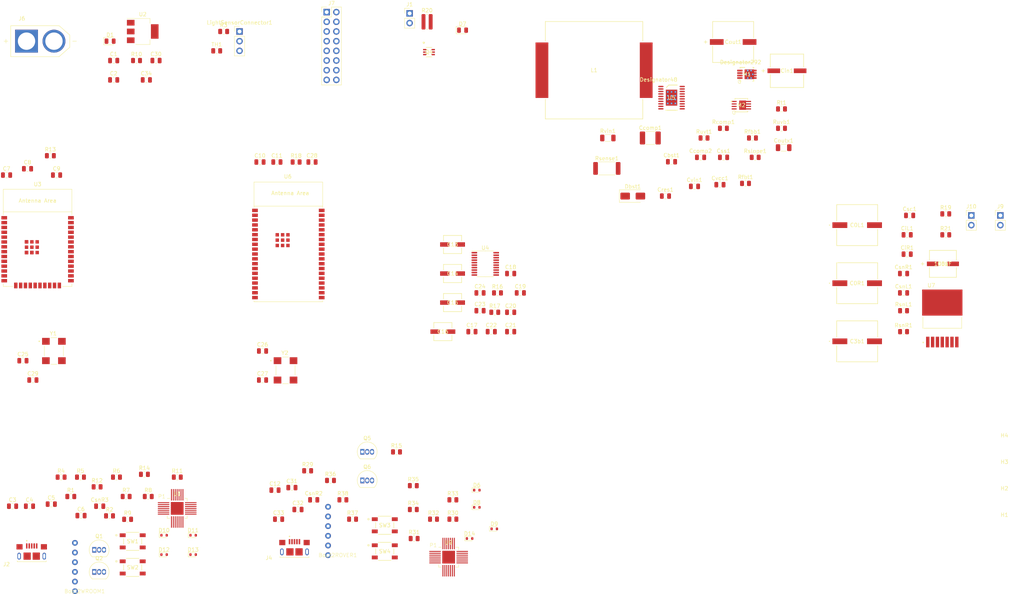
<source format=kicad_pcb>
(kicad_pcb (version 20221018) (generator pcbnew)
  (layers (0 "F.Cu" signal) (31 "B.Cu" signal) (34 "B.Paste" user) (35 "F.Paste" user) (36 "B.SilkS" user "B.Silkscreen") (37 "F.SilkS" user "F.Silkscreen") (38 "B.Mask" user) (39 "F.Mask" user) (44 "Edge.Cuts" user))
  (net 0 "")
  (net 2 "RXD_ROVER")
  (net 3 "TXD_ROVER")
  (net 4 "3.3V")
  (net 6 "GND")
  (net 8 "RXD_WROOM")
  (net 9 "TXD_WROOM")
  (net 11 "Net-(U7-Out_B)")
  (net 12 "Net-(J9-Pin_1)")
  (net 13 "Net-(U7-Out_A)")
  (net 14 "Net-(J10-Pin_1)")
  (net 15 "5V")
  (net 16 "Net-(U7-Vcc)")
  (net 17 "IO0_WROOM")
  (net 18 "EN_WROOM")
  (net 19 "IO0_ROVER")
  (net 20 "Net-(U4-LDOO)")
  (net 21 "Right_Audio")
  (net 22 "Left_Audio")
  (net 23 "Net-(U4-VNEG)")
  (net 24 "Net-(U4-CAPP)")
  (net 25 "Net-(U4-CAPM)")
  (net 26 "EXT_ROVER_CLK_OUT")
  (net 27 "EN_ROVER")
  (net 28 "EXT_WROOM_CLK_OUT")
  (net 29 "Net-(U7-Bias)")
  (net 30 "Net-(Dbst1-K)")
  (net 31 "Net-(M1-D1)")
  (net 32 "Net-(Ccomp1-Pad1)")
  (net 33 "Net-(U5-FB)")
  (net 34 "Net-(U5-COMP)")
  (net 35 "Net-(U7-In_B)")
  (net 36 "Net-(U7-In_A)")
  (net 37 "Net-(U5-RES)")
  (net 38 "Net-(CsnL1-Pad1)")
  (net 39 "Net-(CsnR1-Pad1)")
  (net 40 "Net-(U5-SS)")
  (net 41 "Net-(Dbst1-A)")
  (net 42 "Net-(U5-VIN)")
  (net 43 "Net-(D1-A)")
  (net 44 "VBUS_ROVER")
  (net 45 "Net-(D7-K)")
  (net 46 "Net-(D7-A)")
  (net 47 "USB_DN_ROVER")
  (net 48 "USB_DP_ROVER")
  (net 49 "VBUS_WROOM")
  (net 50 "USB_DN_WROOM")
  (net 51 "USB_DP_WROOM")
  (net 52 "Net-(J1-Pin_1)")
  (net 53 "Net-(J2-VUSB)")
  (net 54 "Net-(J2-D-)")
  (net 55 "Net-(J2-D+)")
  (net 57 "Net-(J4-VUSB)")
  (net 58 "Net-(J4-D-)")
  (net 59 "Net-(J4-D+)")
  (net 61 "R1_PIN")
  (net 62 "G1_PIN")
  (net 63 "B1_PIN")
  (net 64 "R2_PIN")
  (net 65 "B2_PIN")
  (net 66 "G2_PIN")
  (net 67 "A_PIN")
  (net 68 "B_PIN")
  (net 69 "C_PIN")
  (net 70 "D_PIN")
  (net 71 "STB")
  (net 72 "OE")
  (net 73 "Net-(U5-CSN)")
  (net 74 "Light_Reading")
  (net 75 "Net-(M1-G)")
  (net 76 "Net-(M2-GATE)")
  (net 77 "RTS_WROOM")
  (net 78 "Net-(Q1-B)")
  (net 79 "DTR_WROOM")
  (net 80 "Net-(Q2-B)")
  (net 83 "WROOM_TO_FANS")
  (net 85 "RTS_ROVER")
  (net 86 "Net-(Q5-B)")
  (net 87 "DTR_ROVER")
  (net 88 "Net-(Q6-B)")
  (net 89 "Net-(U1-VBUS)")
  (net 90 "Therm_Reading")
  (net 91 "RXD0_WROOM")
  (net 92 "Net-(U1-~{RST})")
  (net 93 "Net-(U1-~{SUSPEND})")
  (net 94 "TXD0_WROOM")
  (net 95 "Net-(U4-OUTL)")
  (net 96 "Net-(U4-OUTR)")
  (net 97 "WROOM_TALK_RX")
  (net 98 "ROVER_TALK_TX")
  (net 99 "WROOM_TALK_TX")
  (net 100 "ROVER_TALK_RX")
  (net 101 "TXD0_ROVER")
  (net 102 "RXD0_ROVER")
  (net 103 "Net-(U9-VBUS)")
  (net 104 "Net-(U9-~{RST})")
  (net 105 "Net-(U9-~{SUSPEND})")
  (net 106 "Net-(U5-SLOPE)")
  (net 107 "Net-(U5-SYNCIN_RT)")
  (net 108 "Net-(U5-UVLO)")
  (net 109 "DCD_WROOM")
  (net 110 "RI_WROOM")
  (net 123 "CTS_WROOM")
  (net 124 "DSR_WROOM")
  (net 125 "OE_PIN")
  (net 126 "CLK_PIN")
  (net 128 "I2S-BCK")
  (net 129 "I2S_DATA")
  (net 130 "I2S-WS")
  (net 134 "DCD_ROVER")
  (net 135 "RI_ROVER")
  (net 148 "CTS_ROVER")
  (net 149 "DSR_ROVER")
  (net 150 "EXT_WROOM_CLK_EN")
  (net 151 "EXT_ROVER_CLK_EN")
  (net 152 "WIO39")
  (net 153 "WIO34")
  (net 154 "WIO32")
  (net 155 "WIO21")
  (net 156 "WIO22")
  (net 157 "RIO36")
  (net 158 "RIO39")
  (net 159 "RIO34")
  (net 160 "RIO35")
  (net 161 "RIO32")
  (net 162 "RIO33")
  (net 163 "RIO12")
  (net 164 "RIO13")
  (net 165 "RIO15")
  (net 166 "RIO2")
  (net 167 "RIO4")
  (net 168 "RIO5")
  (net 169 "RIO18")
  (net 170 "RIO19")
  (net 171 "RIO21")
  (net 172 "RIO23")
  (net 173 "AGND")
  (footprint "Resistor_SMD:R_0805_2012Metric" (layer "F.Cu") (at 100.057501 138.100001)
    (fp_text reference "R36" (at 0 -1.65) (layer "F.SilkS"))
    (fp_text value "47.5k")
    (pad "1" smd roundrect (at -0.9125 0) (size 1.025 1.4) (layers "F.Cu" "F.Paste" "F.Mask") (roundrect_rratio 0.243902) (net 103 "Net-(U9-VBUS)"))
    (pad "2" smd roundrect (at 0.9125 0) (size 1.025 1.4) (layers "F.Cu" "F.Paste" "F.Mask") (roundrect_rratio 0.243902) (net 6 "GND"))
  )
  (footprint "Capacitor_SMD:C_0805_2012Metric" (layer "F.Cu") (at 20.58 56.325)
    (fp_text reference "C8" (at 0 -1.68) (layer "F.SilkS"))
    (fp_text value "22uF")
    (pad "1" smd roundrect (at -0.95 0) (size 1 1.45) (layers "F.Cu" "F.Paste" "F.Mask") (net 4 "3.3V"))
    (pad "2" smd roundrect (at 0.95 0) (size 1 1.45) (layers "F.Cu" "F.Paste" "F.Mask") (net 6 "GND"))
  )
  (footprint "Artisyn_Components:EX_DAC_ELEC_CAPS_10uF" (layer "F.Cu") (at 129.54 99.06)
    (fp_text reference "C16" (at 0 0 unlocked) (layer "F.SilkS"))
    (fp_text value "10uF")
    (pad "1" smd rect (at -2.0574 0) (size 2.413 1.1684) (layers "F.Cu" "F.Paste" "F.Mask") (net 4 "3.3V"))
    (pad "2" smd rect (at 2.0574 0) (size 2.413 1.1684) (layers "F.Cu" "F.Paste" "F.Mask") (net 173 "AGND"))
  )
  (footprint "Capacitor_SMD:C_0805_2012Metric" (layer "F.Cu") (at 82.23 111.76)
    (fp_text reference "C27" (at 0 -1.68) (layer "F.SilkS"))
    (fp_text value ".01uF")
    (pad "1" smd roundrect (at -0.95 0) (size 1 1.45) (layers "F.Cu" "F.Paste" "F.Mask") (net 6 "GND"))
    (pad "2" smd roundrect (at 0.95 0) (size 1 1.45) (layers "F.Cu" "F.Paste" "F.Mask") (net 4 "3.3V"))
  )
  (footprint "Resistor_SMD:R_0805_2012Metric" (layer "F.Cu") (at 117.3769 130.611801)
    (fp_text reference "R15" (at 0 -1.65) (layer "F.SilkS"))
    (fp_text value "10k")
    (pad "1" smd roundrect (at -0.9125 0) (size 1.025 1.4) (layers "F.Cu" "F.Paste" "F.Mask") (roundrect_rratio 0.243902) (net 87 "DTR_ROVER"))
    (pad "2" smd roundrect (at 0.9125 0) (size 1.025 1.4) (layers "F.Cu" "F.Paste" "F.Mask") (roundrect_rratio 0.243902) (net 86 "Net-(Q5-B)"))
  )
  (footprint "Resistor_SMD:R_0805_2012Metric" (layer "F.Cu") (at 208.9296 60.1756)
    (fp_text reference "Rfbt1" (at 0 -1.65) (layer "F.SilkS"))
    (fp_text value " 39.0k")
    (pad "1" smd roundrect (at -0.9125 0) (size 1.025 1.4) (layers "F.Cu" "F.Paste" "F.Mask") (roundrect_rratio 0.243902) (net 16 "Net-(U7-Vcc)"))
    (pad "2" smd roundrect (at 0.9125 0) (size 1.025 1.4) (layers "F.Cu" "F.Paste" "F.Mask") (roundrect_rratio 0.243902) (net 33 "Net-(U5-FB)"))
  )
  (footprint "MountingHole:MountingHole_2.7mm" (layer "F.Cu") (at 276.86 143.44 180)
    (fp_text reference "H1" (at 0 -3.7) (layer "F.SilkS"))
    (fp_text value "MountingHole")
    (pad "" np_thru_hole circle (at 0 0 180) (size 2.7 2.7) (drill 2.7) (layers "*.Cu" "*.Mask"))
  )
  (footprint "Resistor_SMD:R_0805_2012Metric" (layer "F.Cu") (at 91.0425 54.565)
    (fp_text reference "R18" (at 0 -1.65) (layer "F.SilkS"))
    (fp_text value "10k")
    (pad "1" smd roundrect (at -0.9125 0) (size 1.025 1.4) (layers "F.Cu" "F.Paste" "F.Mask") (roundrect_rratio 0.243902) (net 4 "3.3V"))
    (pad "2" smd roundrect (at 0.9125 0) (size 1.025 1.4) (layers "F.Cu" "F.Paste" "F.Mask") (roundrect_rratio 0.243902) (net 27 "EN_ROVER"))
  )
  (footprint "Resistor_SMD:R_0805_2012Metric" (layer "F.Cu") (at 218.3746 45.72)
    (fp_text reference "Ruvb1" (at 0 -1.65) (layer "F.SilkS"))
    (fp_text value "19.1k")
    (pad "1" smd roundrect (at -0.9125 0) (size 1.025 1.4) (layers "F.Cu" "F.Paste" "F.Mask") (roundrect_rratio 0.243902) (net 108 "Net-(U5-UVLO)"))
    (pad "2" smd roundrect (at 0.9125 0) (size 1.025 1.4) (layers "F.Cu" "F.Paste" "F.Mask") (roundrect_rratio 0.243902) (net 6 "GND"))
  )
  (footprint "Connector_PinHeader_2.54mm:PinHeader_1x02_P2.54mm_Vertical" (layer "F.Cu") (at 120.8175 15.57)
    (fp_text reference "J1" (at 0 -2.33) (layer "F.SilkS"))
    (fp_text value "fan connector")
    (pad "1" thru_hole rect (at 0 0) (size 1.7 1.7) (drill 1) (layers "*.Cu" "*.Mask") (net 52 "Net-(J1-Pin_1)"))
    (pad "2" thru_hole oval (at 0 2.54) (size 1.7 1.7) (drill 1) (layers "*.Cu" "*.Mask") (net 15 "5V"))
  )
  (footprint "Artisyn_Components:PCAP_SVP_E7_PAN" (layer "F.Cu") (at 219.8078 30.6353)
    (fp_text reference "Cin1" (at 0 0 unlocked) (layer "F.SilkS"))
    (fp_text value "270uF")
    (pad "1" smd rect (at -3.4544 0) (size 3.302 1.2192) (layers "F.Cu" "F.Paste" "F.Mask") (net 15 "5V"))
    (pad "2" smd rect (at 3.4544 0) (size 3.302 1.2192) (layers "F.Cu" "F.Paste" "F.Mask") (net 6 "GND"))
  )
  (footprint "Package_DFN_QFN:QFN-28-1EP_5x5mm_P0.5mm_EP3.35x3.35mm" (layer "F.Cu") (at 59.84 145.43)
    (fp_text reference "U1" (at 0 -3.8) (layer "F.SilkS"))
    (fp_text value "CP2102N-Axx-xQFN28")
    (fp_text user "P1" (at -5.08 -2.54 unlocked) (layer "F.SilkS") (effects (font (thickness 0.1)) (justify left bottom)))
    (pad "1" smd roundrect (at -3.565 -1.5) (size 3.03 0.25) (layers "F.Cu" "F.Paste" "F.Mask") (net 109 "DCD_WROOM"))
    (pad "2" smd roundrect (at -3.565 -1) (size 3.03 0.25) (layers "F.Cu" "F.Paste" "F.Mask") (net 110 "RI_WROOM"))
    (pad "3" smd roundrect (at -3.565 -0.5) (size 3.03 0.25) (layers "F.Cu" "F.Paste" "F.Mask") (net 6 "GND"))
    (pad "4" smd roundrect (at -3.565 0) (size 3.03 0.25) (layers "F.Cu" "F.Paste" "F.Mask") (net 51 "USB_DP_WROOM"))
    (pad "5" smd roundrect (at -3.565 0.5) (size 3.03 0.25) (layers "F.Cu" "F.Paste" "F.Mask") (net 50 "USB_DN_WROOM"))
    (pad "6" smd roundrect (at -3.565 1) (size 3.03 0.25) (layers "F.Cu" "F.Paste" "F.Mask") (net 4 "3.3V"))
    (pad "7" smd roundrect (at -3.565 1.5) (size 3.03 0.25) (layers "F.Cu" "F.Paste" "F.Mask") (net 4 "3.3V"))
    (pad "8" smd roundrect (at -1.5 3.565) (size 0.25 3.03) (layers "F.Cu" "F.Paste" "F.Mask") (net 89 "Net-(U1-VBUS)"))
    (pad "9" smd roundrect (at -1 3.565) (size 0.25 3.03) (layers "F.Cu" "F.Paste" "F.Mask") (net 92 "Net-(U1-~{RST})"))
    (pad "10" smd roundrect (at -0.5 3.565) (size 0.25 3.03) (layers "F.Cu" "F.Paste" "F.Mask"))
    (pad "11" smd roundrect (at 0 3.565) (size 0.25 3.03) (layers "F.Cu" "F.Paste" "F.Mask") (net 93 "Net-(U1-~{SUSPEND})"))
    (pad "12" smd roundrect (at 0.5 3.565) (size 0.25 3.03) (layers "F.Cu" "F.Paste" "F.Mask"))
    (pad "13" smd roundrect (at 1 3.565) (size 0.25 3.03) (layers "F.Cu" "F.Paste" "F.Mask"))
    (pad "14" smd roundrect (at 1.5 3.565) (size 0.25 3.03) (layers "F.Cu" "F.Paste" "F.Mask"))
    (pad "15" smd roundrect (at 3.565 1.5) (size 3.03 0.25) (layers "F.Cu" "F.Paste" "F.Mask"))
    (pad "16" smd roundrect (at 3.565 1) (size 3.03 0.25) (layers "F.Cu" "F.Paste" "F.Mask"))
    (pad "17" smd roundrect (at 3.565 0.5) (size 3.03 0.25) (layers "F.Cu" "F.Paste" "F.Mask"))
    (pad "18" smd roundrect (at 3.565 0) (size 3.03 0.25) (layers "F.Cu" "F.Paste" "F.Mask"))
    (pad "19" smd roundrect (at 3.565 -0.5) (size 3.03 0.25) (layers "F.Cu" "F.Paste" "F.Mask"))
    (pad "20" smd roundrect (at 3.565 -1) (size 3.03 0.25) (layers "F.Cu" "F.Paste" "F.Mask"))
    (pad "21" smd roundrect (at 3.565 -1.5) (size 3.03 0.25) (layers "F.Cu" "F.Paste" "F.Mask"))
    (pad "22" smd roundrect (at 1.5 -3.565) (size 0.25 3.03) (layers "F.Cu" "F.Paste" "F.Mask"))
    (pad "23" smd roundrect (at 1 -3.565) (size 0.25 3.03) (layers "F.Cu" "F.Paste" "F.Mask") (net 123 "CTS_WROOM"))
    (pad "24" smd roundrect (at 0.5 -3.565) (size 0.25 3.03) (layers "F.Cu" "F.Paste" "F.Mask") (net 77 "RTS_WROOM"))
    (pad "25" smd roundrect (at 0 -3.565) (size 0.25 3.03) (layers "F.Cu" "F.Paste" "F.Mask") (net 8 "RXD_WROOM"))
    (pad "26" smd roundrect (at -0.5 -3.565) (size 0.25 3.03) (layers "F.Cu" "F.Paste" "F.Mask") (net 9 "TXD_WROOM"))
    (pad "27" smd roundrect (at -1 -3.565) (size 0.25 3.03) (layers "F.Cu" "F.Paste" "F.Mask") (net 124 "DSR_WROOM"))
    (pad "28" smd roundrect (at -1.5 -3.565) (size 0.25 3.03) (layers "F.Cu" "F.Paste" "F.Mask") (net 79 "DTR_WROOM"))
    (pad "29" smd rect (at 0 0) (size 3.35 3.35) (layers "F.Cu" "F.Mask") (net 6 "GND"))
  )
  (footprint "Package_TO_SOT_THT:TO-92_Inline" (layer "F.Cu") (at 38.1 162.09)
    (fp_text reference "Q2" (at 1.27 -3.56) (layer "F.SilkS"))
    (fp_text value "S8050")
    (pad "1" thru_hole rect (at 0 0) (size 1.05 1.5) (drill 0.75) (layers "*.Cu" "*.Mask") (net 79 "DTR_WROOM"))
    (pad "2" thru_hole oval (at 1.27 0) (size 1.05 1.5) (drill 0.75) (layers "*.Cu" "*.Mask") (net 80 "Net-(Q2-B)"))
    (pad "3" thru_hole oval (at 2.54 0) (size 1.05 1.5) (drill 0.75) (layers "*.Cu" "*.Mask") (net 17 "IO0_WROOM"))
  )
  (footprint "Resistor_SMD:R_0805_2012Metric" (layer "F.Cu") (at 46.835 148.295)
    (fp_text reference "R9" (at 0 -1.65) (layer "F.SilkS"))
    (fp_text value "0")
    (pad "1" smd roundrect (at -0.9125 0) (size 1.025 1.4) (layers "F.Cu" "F.Paste" "F.Mask") (roundrect_rratio 0.243902) (net 94 "TXD0_WROOM"))
    (pad "2" smd roundrect (at 0.9125 0) (size 1.025 1.4) (layers "F.Cu" "F.Paste" "F.Mask") (roundrect_rratio 0.243902) (net 8 "RXD_WROOM"))
  )
  (footprint "LED_SMD:LED_0805_2012Metric" (layer "F.Cu") (at 134.7075 19.975)
    (fp_text reference "D7" (at 0 -1.65) (layer "F.SilkS"))
    (fp_text value "RED LED")
    (pad "1" smd roundrect (at -0.9375 0) (size 0.975 1.4) (layers "F.Cu" "F.Paste" "F.Mask") (net 45 "Net-(D7-K)"))
    (pad "2" smd roundrect (at 0.9375 0) (size 0.975 1.4) (layers "F.Cu" "F.Paste" "F.Mask") (net 46 "Net-(D7-A)"))
  )
  (footprint "Capacitor_SMD:C_0805_2012Metric" (layer "F.Cu") (at 85.495001 140.640001)
    (fp_text reference "C12" (at 0 -1.68) (layer "F.SilkS"))
    (fp_text value ".1uF")
    (pad "1" smd roundrect (at -0.95 0) (size 1 1.45) (layers "F.Cu" "F.Paste" "F.Mask") (net 6 "GND"))
    (pad "2" smd roundrect (at 0.95 0) (size 1 1.45) (layers "F.Cu" "F.Paste" "F.Mask") (net 19 "IO0_ROVER"))
  )
  (footprint "Resistor_SMD:R_0805_2012Metric" (layer "F.Cu") (at 34.470599 137.233702)
    (fp_text reference "R5" (at 0 -1.65) (layer "F.SilkS"))
    (fp_text value "2k")
    (pad "1" smd roundrect (at -0.9125 0) (size 1.025 1.4) (layers "F.Cu" "F.Paste" "F.Mask") (roundrect_rratio 0.243902) (net 4 "3.3V"))
    (pad "2" smd roundrect (at 0.9125 0) (size 1.025 1.4) (layers "F.Cu" "F.Paste" "F.Mask") (roundrect_rratio 0.243902) (net 92 "Net-(U1-~{RST})"))
  )
  (footprint "Capacitor_SMD:C_0805_2012Metric" (layer "F.Cu") (at 86 54.565)
    (fp_text reference "C11" (at 0 -1.68) (layer "F.SilkS"))
    (fp_text value ".1uF")
    (pad "1" smd roundrect (at -0.95 0) (size 1 1.45) (layers "F.Cu" "F.Paste" "F.Mask") (net 4 "3.3V"))
    (pad "2" smd roundrect (at 0.95 0) (size 1 1.45) (layers "F.Cu" "F.Paste" "F.Mask") (net 6 "GND"))
  )
  (footprint "Resistor_SMD:R_0805_2012Metric" (layer "F.Cu") (at 72.0325 20.32)
    (fp_text reference "R3" (at 0 -1.65) (layer "F.SilkS"))
    (fp_text value "10k")
    (pad "1" smd roundrect (at -0.9125 0) (size 1.025 1.4) (layers "F.Cu" "F.Paste" "F.Mask") (roundrect_rratio 0.243902) (net 90 "Therm_Reading"))
    (pad "2" smd roundrect (at 0.9125 0) (size 1.025 1.4) (layers "F.Cu" "F.Paste" "F.Mask") (roundrect_rratio 0.243902) (net 6 "GND"))
  )
  (footprint "MountingHole:MountingHole_2.7mm" (layer "F.Cu") (at 276.86 122.59 180)
    (fp_text reference "H4" (at 0 -3.7) (layer "F.SilkS"))
    (fp_text value "MountingHole")
    (pad "" np_thru_hole circle (at 0 0 180) (size 2.7 2.7) (drill 2.7) (layers "*.Cu" "*.Mask"))
  )
  (footprint "Artisyn_Components:Audio_1000uF" (layer "F.Cu") (at 238.2266 71.12)
    (fp_text reference "C0L1" (at 0 0 unlocked) (layer "F.SilkS"))
    (fp_text value "1000uF")
    (pad "1" smd rect (at -4.5466 0) (size 3.9116 1.4986) (layers "F.Cu" "F.Paste" "F.Mask") (net 11 "Net-(U7-Out_B)"))
    (pad "2" smd rect (at 4.5466 0) (size 3.9116 1.4986) (layers "F.Cu" "F.Paste" "F.Mask") (net 12 "Net-(J9-Pin_1)"))
  )
  (footprint "Diode_SMD:D_SOD-523" (layer "F.Cu") (at 56.403099 157.553702)
    (fp_text reference "D12" (at 0 -1.3) (layer "F.SilkS"))
    (fp_text value "MM5Zxx")
    (pad "1" smd roundrect (at -0.7 0 180) (size 0.6 0.7) (layers "F.Cu" "F.Paste" "F.Mask") (net 50 "USB_DN_WROOM"))
    (pad "2" smd roundrect (at 0.7 0 180) (size 0.6 0.7) (layers "F.Cu" "F.Paste" "F.Mask") (net 6 "GND"))
  )
  (footprint "Resistor_SMD:R_0805_2012Metric" (layer "F.Cu") (at 211.4696 53.34)
    (fp_text reference "Rslope1" (at 0 -1.65) (layer "F.SilkS"))
    (fp_text value " 150.0k")
    (pad "1" smd roundrect (at -0.9125 0) (size 1.025 1.4) (layers "F.Cu" "F.Paste" "F.Mask") (roundrect_rratio 0.243902) (net 106 "Net-(U5-SLOPE)"))
    (pad "2" smd roundrect (at 0.9125 0) (size 1.025 1.4) (layers "F.Cu" "F.Paste" "F.Mask") (roundrect_rratio 0.243902) (net 6 "GND"))
  )
  (footprint "Resistor_SMD:R_2512_6332Metric" (layer "F.Cu") (at 172.5571 56.24)
    (fp_text reference "Rsense1" (at 0 -2.62) (layer "F.SilkS"))
    (fp_text value "1.5m")
    (pad "1" smd roundrect (at -2.9625 0) (size 1.225 3.35) (layers "F.Cu" "F.Paste" "F.Mask") (roundrect_rratio 0.204082) (net 73 "Net-(U5-CSN)"))
    (pad "2" smd roundrect (at 2.9625 0) (size 1.225 3.35) (layers "F.Cu" "F.Paste" "F.Mask") (roundrect_rratio 0.204082) (net 15 "5V"))
  )
  (footprint "Artisyn_Components:Boot_Switches" (layer "F.Cu") (at 114.3 149.86)
    (fp_text reference "SW3" (at 0 0 unlocked) (layer "F.SilkS"))
    (fp_text value "SW_Push")
    (pad "1" smd rect (at -2.625001 -1.599999) (size 1.5494 0.9906) (layers "F.Cu" "F.Paste" "F.Mask") (net 6 "GND"))
    (pad "2" smd rect (at 2.625001 -1.599999) (size 1.5494 0.9906) (layers "F.Cu" "F.Paste" "F.Mask") (net 19 "IO0_ROVER"))
    (pad "3" smd rect (at -2.625001 1.599999) (size 1.5494 0.9906) (layers "F.Cu" "F.Paste" "F.Mask"))
    (pad "4" smd rect (at 2.625001 1.599999) (size 1.5494 0.9906) (layers "F.Cu" "F.Paste" "F.Mask"))
  )
  (footprint "Package_TO_SOT_THT:TO-92_Inline" (layer "F.Cu") (at 38.1 156.3)
    (fp_text reference "Q1" (at 1.27 -3.56) (layer "F.SilkS"))
    (fp_text value "S8050")
    (pad "1" thru_hole rect (at 0 0) (size 1.05 1.5) (drill 0.75) (layers "*.Cu" "*.Mask") (net 77 "RTS_WROOM"))
    (pad "2" thru_hole oval (at 1.27 0) (size 1.05 1.5) (drill 0.75) (layers "*.Cu" "*.Mask") (net 78 "Net-(Q1-B)"))
    (pad "3" thru_hole oval (at 2.54 0) (size 1.05 1.5) (drill 0.75) (layers "*.Cu" "*.Mask") (net 18 "EN_WROOM"))
  )
  (footprint "Capacitor_SMD:C_0805_2012Metric" (layer "F.Cu") (at 19.37 106.68)
    (fp_text reference "C25" (at 0 -1.68) (layer "F.SilkS"))
    (fp_text value ".01uF")
    (pad "1" smd roundrect (at -0.95 0) (size 1 1.45) (layers "F.Cu" "F.Paste" "F.Mask") (net 6 "GND"))
    (pad "2" smd roundrect (at 0.95 0) (size 1 1.45) (layers "F.Cu" "F.Paste" "F.Mask") (net 4 "3.3V"))
  )
  (footprint "Capacitor_SMD:C_0805_2012Metric" (layer "F.Cu") (at 26.813099 144.31)
    (fp_text reference "C5" (at 0 -1.68) (layer "F.SilkS"))
    (fp_text value ".1uF")
    (pad "1" smd roundrect (at -0.95 0) (size 1 1.45) (layers "F.Cu" "F.Paste" "F.Mask") (net 6 "GND"))
    (pad "2" smd roundrect (at 0.95 0) (size 1 1.45) (layers "F.Cu" "F.Paste" "F.Mask") (net 17 "IO0_WROOM"))
  )
  (footprint "Artisyn_Components:EX_DAC_ELEC_CAPS_10uF" (layer "F.Cu") (at 132.08 76.2)
    (fp_text reference "C13" (at 0 0 unlocked) (layer "F.SilkS"))
    (fp_text value "10uF")
    (pad "1" smd rect (at -2.0574 0) (size 2.413 1.1684) (layers "F.Cu" "F.Paste" "F.Mask") (net 4 "3.3V"))
    (pad "2" smd rect (at 2.0574 0) (size 2.413 1.1684) (layers "F.Cu" "F.Paste" "F.Mask") (net 173 "AGND"))
  )
  (footprint "Resistor_SMD:R_0805_2012Metric" (layer "F.Cu") (at 51.245 136.495)
    (fp_text reference "R14" (at 0 -1.65) (layer "F.SilkS"))
    (fp_text value "100")
    (pad "1" smd roundrect (at -0.9125 0) (size 1.025 1.4) (layers "F.Cu" "F.Paste" "F.Mask") (roundrect_rratio 0.243902) (net 53 "Net-(J2-VUSB)"))
    (pad "2" smd roundrect (at 0.9125 0) (size 1.025 1.4) (layers "F.Cu" "F.Paste" "F.Mask") (roundrect_rratio 0.243902) (net 49 "VBUS_WROOM"))
  )
  (footprint "Artisyn_Components:LM4752" (layer "F.Cu") (at 260.5532 95.6)
    (fp_text reference "U7" (at -2.885 -8.675) (layer "F.SilkS"))
    (fp_text value "LM4752TS")
    (pad "1" smd rect (at -3.81 6.19) (size 0.89 2.79) (layers "F.Cu" "F.Paste" "F.Mask") (net 11 "Net-(U7-Out_B)"))
    (pad "2" smd rect (at -2.54 6.19) (size 0.89 2.79) (layers "F.Cu" "F.Paste" "F.Mask") (net 35 "Net-(U7-In_B)"))
    (pad "3" smd rect (at -1.27 6.19) (size 0.89 2.79) (layers "F.Cu" "F.Paste" "F.Mask") (net 16 "Net-(U7-Vcc)"))
    (pad "4" smd rect (at 0 6.19) (size 0.89 2.79) (layers "F.Cu" "F.Paste" "F.Mask") (net 6 "GND"))
    (pad "5" smd rect (at 1.27 6.19) (size 0.89 2.79) (layers "F.Cu" "F.Paste" "F.Mask") (net 29 "Net-(U7-Bias)"))
    (pad "6" smd rect (at 2.54 6.19) (size 0.89 2.79) (layers "F.Cu" "F.Paste" "F.Mask") (net 36 "Net-(U7-In_A)"))
    (pad "7" smd rect (at 3.81 6.19) (size 0.89 2.79) (layers "F.Cu" "F.Paste" "F.Mask") (net 13 "Net-(U7-Out_A)"))
    (pad "8" smd rect (at 0 -4.16) (size 10.58 6.84) (layers "F.Cu" "F.Mask"))
  )
  (footprint "Capacitor_SMD:C_1812_4532Metric" (layer "F.Cu") (at 183.9521 48.26)
    (fp_text reference "Ccomp1" (at 0 -2.65) (layer "F.SilkS"))
    (fp_text value "18.0 nF")
    (pad "1" smd roundrect (at -2.05 0) (size 1.4 3.4) (layers "F.Cu" "F.Paste" "F.Mask") (roundrect_rratio 0.178571) (net 32 "Net-(Ccomp1-Pad1)"))
    (pad "2" smd roundrect (at 2.05 0) (size 1.4 3.4) (layers "F.Cu" "F.Paste" "F.Mask") (roundrect_rratio 0.178571) (net 33 "Net-(U5-FB)"))
  )
  (footprint "Diode_SMD:D_SOD-523" (layer "F.Cu") (at 138.4519 140.640001)
    (fp_text reference "D6" (at 0 -1.3) (layer "F.SilkS"))
    (fp_text value "MM5Zxx")
    (pad "1" smd roundrect (at -0.7 0 180) (size 0.6 0.7) (layers "F.Cu" "F.Paste" "F.Mask") (net 44 "VBUS_ROVER"))
    (pad "2" smd roundrect (at 0.7 0 180) (size 0.6 0.7) (layers "F.Cu" "F.Paste" "F.Mask") (net 6 "GND"))
  )
  (footprint "Artisyn_Components:USB_TO_TTL_FT232RL" (layer "F.Cu") (at 33.02 162.09)
    (fp_text reference "Boot2WROOM1" (at 2.54 5.08 unlocked) (layer "F.SilkS") (effects (font (thickness 0.1))))
    (fp_text value "~")
    (pad "1" thru_hole circle (at 0 -7.62) (size 1.524 1.524) (drill 0.762) (layers "*.Cu" "*.Mask"))
    (pad "2" thru_hole circle (at 0 -5.08) (size 1.524 1.524) (drill 0.762) (layers "*.Cu" "*.Mask") (net 91 "RXD0_WROOM"))
    (pad "3" thru_hole circle (at 0 -2.54) (size 1.524 1.524) (drill 0.762) (layers "*.Cu" "*.Mask") (net 94 "TXD0_WROOM"))
    (pad "4" thru_hole circle (at 0 0) (size 1.524 1.524) (drill 0.762) (layers "*.Cu" "*.Mask") (net 4 "3.3V"))
    (pad "5" thru_hole circle (at 0 2.54) (size 1.524 1.524) (drill 0.762) (layers "*.Cu" "*.Mask"))
    (pad "6" thru_hole circle (at 0 5.08) (size 1.524 1.524) (drill 0.762) (layers "*.Cu" "*.Mask") (net 6 "GND"))
  )
  (footprint "Artisyn_Components:Artysin_USB_CONN" (layer "F.Cu") (at 90.6119 156.836801)
    (fp_text reference "J4" (at -6.706899 1.5832) (layer "F.SilkS"))
    (fp_text value "10118193-0001LF")
    (pad "1" smd rect (at -1.3 -2.675) (size 0.4 1.35) (layers "F.Cu" "F.Paste" "F.Mask") (net 57 "Net-(J4-VUSB)"))
    (pad "2" smd rect (at -0.65 -2.675) (size 0.4 1.35) (layers "F.Cu" "F.Paste" "F.Mask") (net 58 "Net-(J4-D-)"))
    (pad "3" smd rect (at 0 -2.675) (size 0.4 1.35) (layers "F.Cu" "F.Paste" "F.Mask") (net 59 "Net-(J4-D+)"))
    (pad "4" smd rect (at 0.65 -2.675) (size 0.4 1.35) (layers "F.Cu" "F.Paste" "F.Mask"))
    (pad "5" smd rect (at 1.3 -2.675) (size 0.4 1.35) (layers "F.Cu" "F.Paste" "F.Mask") (net 6 "GND"))
    (pad "S1" smd rect (at -3.2 -2.45) (size 1.6 1.4) (layers "F.Cu" "F.Paste" "F.Mask") (net 6 "GND"))
    (pad "S2" smd rect (at 3.2 -2.45) (size 1.6 1.4) (layers "F.Cu" "F.Paste" "F.Mask") (net 6 "GND"))
    (pad "S3" smd rect (at 1.2 0) (size 1.9 1.9) (layers "F.Cu" "F.Paste" "F.Mask") (net 6 "GND"))
    (pad "S4" smd rect (at -1.2 0) (size 1.9 1.9) (layers "F.Cu" "F.Paste" "F.Mask") (net 6 "GND"))
    (pad "S5" thru_hole oval (at -3.3 0) (size 0.9 1.8) (drill oval 0.5 1.2) (layers "*.Cu" "*.Mask") (net 6 "GND"))
    (pad "S6" thru_hole oval (at 3.3 0) (size 0.9 1.8) (drill oval 0.5 1.2) (layers "*.Cu" "*.Mask") (net 6 "GND"))
  )
  (footprint "Resistor_SMD:R_0805_2012Metric" (layer "F.Cu") (at 250.3932 99.06)
    (fp_text reference "RsnR1" (at 0 -1.65) (layer "F.SilkS"))
    (fp_text value "2.7")
    (pad "1" smd roundrect (at -0.9125 0) (size 1.025 1.4) (layers "F.Cu" "F.Paste" "F.Mask") (roundrect_rratio 0.243902) (net 13 "Net-(U7-Out_A)"))
    (pad "2" smd roundrect (at 0.9125 0) (size 1.025 1.4) (layers "F.Cu" "F.Paste" "F.Mask") (roundrect_rratio 0.243902) (net 39 "Net-(CsnR1-Pad1)"))
  )
  (footprint "Artisyn_Components:AMASS_XT60-M" (layer "F.Cu") (at 23.92 22.86)
    (fp_text reference "J6" (at -4.825 -5.935) (layer "F.SilkS"))
    (fp_text value "XT60-M")
    (pad "N" thru_hole circle (at 3.6 0) (size 6 6) (drill 4.55) (layers "*.Cu" "*.Mask") (net 6 "GND"))
    (pad "P" thru_hole rect (at -3.6 0) (size 6 6) (drill 4.55) (layers "*.Cu" "*.Mask") (net 15 "5V"))
  )
  (footprint "Capacitor_SMD:C_0805_2012Metric" (layer "F.Cu") (at 251.3432 78.74)
    (fp_text reference "CiR1" (at 0 -1.68) (layer "F.SilkS"))
    (fp_text value ".1uF")
    (pad "1" smd roundrect (at -0.95 0) (size 1 1.45) (layers "F.Cu" "F.Paste" "F.Mask") (net 21 "Right_Audio"))
    (pad "2" smd roundrect (at 0.95 0) (size 1 1.45) (layers "F.Cu" "F.Paste" "F.Mask") (net 36 "Net-(U7-In_A)"))
  )
  (footprint "Artisyn_Components:CSD17309Q3" (layer "F.Cu") (at 209.297599 31.550599)
    (fp_text reference "M1" (at 0 0 unlocked) (layer "F.SilkS"))
    (fp_text value "CSD17581Q3")
    (fp_text user "G" (at -2.54 2.54 unlocked) (layer "F.SilkS") (effects (font (thickness 0.1)) (justify left bottom)))
    (fp_text user "Designator292" (at -1.651 -3.175 unlocked) (layer "F.SilkS"))
    (pad "1" smd rect (at -1.845 -0.975002 90) (size 0.439998 1.389999) (layers "F.Cu" "F.Paste" "F.Mask") (net 6 "GND"))
    (pad "2" smd rect (at -1.845 -0.325001 90) (size 0.439998 1.389999) (layers "F.Cu" "F.Paste" "F.Mask") (net 6 "GND"))
    (pad "3" smd rect (at -1.845 0.324998 90) (size 0.439998 1.389999) (layers "F.Cu" "F.Paste" "F.Mask") (net 6 "GND"))
    (pad "4" smd rect (at -1.845 0.974999 90) (size 0.439998 1.389999) (layers "F.Cu" "F.Paste" "F.Mask") (net 75 "Net-(M1-G)"))
    (pad "5" smd rect (at 1.845 0.974999 90) (size 0.439998 1.389999) (layers "F.Cu" "F.Paste" "F.Mask") (net 31 "Net-(M1-D1)"))
    (pad "6" smd rect (at 1.845 0.325001 90) (size 0.439998 1.389999) (layers "F.Cu" "F.Paste" "F.Mask") (net 31 "Net-(M1-D1)"))
    (pad "7" smd rect (at 1.845 -0.325001 90) (size 0.439998 1.389999) (layers "F.Cu" "F.Paste" "F.Mask") (net 31 "Net-(M1-D1)"))
    (pad "8" smd rect (at 1.845 -0.974999 90) (size 0.439998 1.389999) (layers "F.Cu" "F.Paste" "F.Mask") (net 31 "Net-(M1-D1)"))
    (pad "9" smd rect (at 0.650001 0) (size 2.5 2.55) (layers "F.Cu"))
    (pad "V" thru_hole circle (at -0.212001 0) (size 0.499999 0.499999) (drill 0.2032) (layers "*.Cu" "*.Mask"))
    (pad "V" thru_hole circle (at 0.225999 -0.974999) (size 0.499999 0.499999) (drill 0.2032) (layers "*.Cu" "*.Mask"))
    (pad "V" thru_hole circle (at 0.225999 0.974999) (size 0.499999 0.499999) (drill 0.2032) (layers "*.Cu" "*.Mask"))
    (pad "V" thru_hole circle (at 0.663999 0) (size 0.499999 0.499999) (drill 0.2032) (layers "*.Cu" "*.Mask"))
    (pad "V" thru_hole circle (at 1.101999 -0.974999) (size 0.499999 0.499999) (drill 0.2032) (layers "*.Cu" "*.Mask"))
    (pad "V" thru_hole circle (at 1.101999 0.974999) (size 0.499999 0.499999) (drill 0.2032) (layers "*.Cu" "*.Mask"))
    (pad "V" thru_hole circle (at 1.540002 0) (size 0.499999 0.499999) (drill 0.2032) (layers "*.Cu" "*.Mask"))
  )
  (footprint "Artisyn_Components:Boot_Switches" (layer "F.Cu") (at 48.1681 154.073701)
    (fp_text reference "SW1" (at 0 0 unlocked) (layer "F.SilkS"))
    (fp_text value "SW_Push")
    (pad "1" smd rect (at -2.625001 -1.599999) (size 1.5494 0.9906) (layers "F.Cu" "F.Paste" "F.Mask") (net 6 "GND"))
    (pad "2" smd rect (at 2.625001 -1.599999) (size 1.5494 0.9906) (layers "F.Cu" "F.Paste" "F.Mask") (net 17 "IO0_WROOM"))
    (pad "3" smd rect (at -2.625001 1.599999) (size 1.5494 0.9906) (layers "F.Cu" "F.Paste" "F.Mask"))
    (pad "4" smd rect (at 2.625001 1.599999) (size 1.5494 0.9906) (layers "F.Cu" "F.Paste" "F.Mask"))
  )
  (footprint "Capacitor_SMD:C_0805_2012Metric" (layer "F.Cu") (at 43.18 27.94)
    (fp_text reference "C1" (at 0 -1.68) (layer "F.SilkS"))
    (fp_text value " 10uF")
    (pad "1" smd roundrect (at -0.95 0) (size 1 1.45) (layers "F.Cu" "F.Paste" "F.Mask") (net 15 "5V"))
    (pad "2" smd roundrect (at 0.95 0) (size 1 1.45) (layers "F.Cu" "F.Paste" "F.Mask") (net 6 "GND"))
  )
  (footprint "Resistor_SMD:R_0805_2012Metric" (layer "F.Cu") (at 210.7546 48.26)
    (fp_text reference "Rfbb1" (at 0 -1.65) (layer "F.SilkS"))
    (fp_text value "3.65k")
    (pad "1" smd roundrect (at -0.9125 0) (size 1.025 1.4) (layers "F.Cu" "F.Paste" "F.Mask") (roundrect_rratio 0.243902) (net 33 "Net-(U5-FB)"))
    (pad "2" smd roundrect (at 0.9125 0) (size 1.025 1.4) (layers "F.Cu" "F.Paste" "F.Mask") (roundrect_rratio 0.243902) (net 6 "GND"))
  )
  (footprint "Capacitor_SMD:C_0805_2012Metric" (layer "F.Cu") (at 21.093099 144.853702)
    (fp_text reference "C4" (at 0 -1.68) (layer "F.SilkS"))
    (fp_text value ".1uF")
    (pad "1" smd roundrect (at -0.95 0) (size 1 1.45) (layers "F.Cu" "F.Paste" "F.Mask") (net 6 "GND"))
    (pad "2" smd roundrect (at 0.95 0) (size 1 1.45) (layers "F.Cu" "F.Paste" "F.Mask") (net 4 "3.3V"))
  )
  (footprint "Diode_SMD:D_SOD-523" (layer "F.Cu") (at 64.023099 157.553702)
    (fp_text reference "D13" (at 0 -1.3) (layer "F.SilkS"))
    (fp_text value "MM5Zxx")
    (pad "1" smd roundrect (at -0.7 0 180) (size 0.6 0.7) (layers "F.Cu" "F.Paste" "F.Mask") (net 51 "USB_DP_WROOM"))
    (pad "2" smd roundrect (at 0.7 0 180) (size 0.6 0.7) (layers "F.Cu" "F.Paste" "F.Mask") (net 6 "GND"))
  )
  (footprint "Capacitor_SMD:C_0805_2012Metric" (layer "F.Cu") (at 86.445001 148.260001)
    (fp_text reference "C33" (at 0 -1.68) (layer "F.SilkS"))
    (fp_text value ".1uF")
    (pad "1" smd roundrect (at -0.95 0) (size 1 1.45) (layers "F.Cu" "F.Paste" "F.Mask") (net 6 "GND"))
    (pad "2" smd roundrect (at 0.95 0) (size 1 1.45) (layers "F.Cu" "F.Paste" "F.Mask") (net 4 "3.3V"))
  )
  (footprint "Package_SO:TSSOP-20_4.4x6.5mm_P0.65mm" (layer "F.Cu") (at 140.6652 81.28)
    (fp_text reference "U4" (at 0 -4.2) (layer "F.SilkS"))
    (fp_text value "PCM5102A")
    (pad "1" smd roundrect (at -2.8625 -2.925) (size 1.475 0.4) (layers "F.Cu" "F.Paste" "F.Mask") (net 4 "3.3V"))
    (pad "2" smd roundrect (at -2.8625 -2.275) (size 1.475 0.4) (layers "F.Cu" "F.Paste" "F.Mask") (net 24 "Net-(U4-CAPP)"))
    (pad "3" smd roundrect (at -2.8625 -1.625) (size 1.475 0.4) (layers "F.Cu" "F.Paste" "F.Mask") (net 173 "AGND"))
    (pad "4" smd roundrect (at -2.8625 -0.975) (size 1.475 0.4) (layers "F.Cu" "F.Paste" "F.Mask") (net 25 "Net-(U4-CAPM)"))
    (pad "5" smd roundrect (at -2.8625 -0.325) (size 1.475 0.4) (layers "F.Cu" "F.Paste" "F.Mask") (net 23 "Net-(U4-VNEG)"))
    (pad "6" smd roundrect (at -2.8625 0.325) (size 1.475 0.4) (layers "F.Cu" "F.Paste" "F.Mask") (net 95 "Net-(U4-OUTL)"))
    (pad "7" smd roundrect (at -2.8625 0.975) (size 1.475 0.4) (layers "F.Cu" "F.Paste" "F.Mask") (net 96 "Net-(U4-OUTR)"))
    (pad "8" smd roundrect (at -2.8625 1.625) (size 1.475 0.4) (layers "F.Cu" "F.Paste" "F.Mask") (net 4 "3.3V"))
    (pad "9" smd roundrect (at -2.8625 2.275) (size 1.475 0.4) (layers "F.Cu" "F.Paste" "F.Mask") (net 173 "AGND"))
    (pad "10" smd roundrect (at -2.8625 2.925) (size 1.475 0.4) (layers "F.Cu" "F.Paste" "F.Mask") (net 6 "GND"))
    (pad "11" smd roundrect (at 2.8625 2.925) (size 1.475 0.4) (layers "F.Cu" "F.Paste" "F.Mask") (net 6 "GND"))
    (pad "12" smd roundrect (at 2.8625 2.275) (size 1.475 0.4) (layers "F.Cu" "F.Paste" "F.Mask"))
    (pad "13" smd roundrect (at 2.8625 1.625) (size 1.475 0.4) (layers "F.Cu" "F.Paste" "F.Mask") (net 128 "I2S-BCK"))
    (pad "14" smd roundrect (at 2.8625 0.975) (size 1.475 0.4) (layers "F.Cu" "F.Paste" "F.Mask") (net 129 "I2S_DATA"))
    (pad "15" smd roundrect (at 2.8625 0.325) (size 1.475 0.4) (layers "F.Cu" "F.Paste" "F.Mask") (net 130 "I2S-WS"))
    (pad "16" smd roundrect (at 2.8625 -0.325) (size 1.475 0.4) (layers "F.Cu" "F.Paste" "F.Mask") (net 6 "GND"))
    (pad "17" smd roundrect (at 2.8625 -0.975) (size 1.475 0.4) (layers "F.Cu" "F.Paste" "F.Mask") (net 4 "3.3V"))
    (pad "18" smd roundrect (at 2.8625 -1.625) (size 1.475 0.4) (layers "F.Cu" "F.Paste" "F.Mask") (net 20 "Net-(U4-LDOO)"))
    (pad "19" smd roundrect (at 2.8625 -2.275) (size 1.475 0.4) (layers "F.Cu" "F.Paste" "F.Mask") (net 6 "GND"))
    (pad "20" smd roundrect (at 2.8625 -2.925) (size 1.475 0.4) (layers "F.Cu" "F.Paste" "F.Mask") (net 4 "3.3V"))
  )
  (footprint "Package_TO_SOT_THT:TO-92_Inline" (layer "F.Cu") (at 108.4219 130.591801)
    (fp_text reference "Q5" (at 1.27 -3.56) (layer "F.SilkS"))
    (fp_text value "S8050")
    (pad "1" thru_hole rect (at 0 0) (size 1.05 1.5) (drill 0.75) (layers "*.Cu" "*.Mask") (net 85 "RTS_ROVER"))
    (pad "2" thru_hole oval (at 1.27 0) (size 1.05 1.5) (drill 0.75) (layers "*.Cu" "*.Mask") (net 86 "Net-(Q5-B)"))
    (pad "3" thru_hole oval (at 2.54 0) (size 1.05 1.5) (drill 0.75) (layers "*.Cu" "*.Mask") (net 27 "EN_ROVER"))
  )
  (footprint "Capacitor_SMD:C_0805_2012Metric" (layer "F.Cu") (at 91.525001 145.720001)
    (fp_text reference "C32" (at 0 -1.68) (layer "F.SilkS"))
    (fp_text value "4.7uF")
    (pad "1" smd roundrect (at -0.95 0) (size 1 1.45) (layers "F.Cu" "F.Paste" "F.Mask") (net 6 "GND"))
    (pad "2" smd roundrect (at 0.95 0) (size 1 1.45) (layers "F.Cu" "F.Paste" "F.Mask") (net 4 "3.3V"))
  )
  (footprint "Resistor_SMD:R_0805_2012Metric" (layer "F.Cu") (at 261.4657 73.66)
    (fp_text reference "R21" (at 0 -1.65) (layer "F.SilkS"))
    (fp_text value "500")
    (pad "1" smd roundrect (at -0.9125 0) (size 1.025 1.4) (layers "F.Cu" "F.Paste" "F.Mask") (roundrect_rratio 0.243902) (net 99 "WROOM_TALK_TX"))
    (pad "2" smd roundrect (at 0.9125 0) (size 1.025 1.4) (layers "F.Cu" "F.Paste" "F.Mask") (roundrect_rratio 0.243902) (net 100 "ROVER_TALK_RX"))
  )
  (footprint "Resistor_SMD:R_0805_2012Metric" (layer "F.Cu") (at 52.250599 142.313702)
    (fp_text reference "R8" (at 0 -1.65) (layer "F.SilkS"))
    (fp_text value "10k")
    (pad "1" smd roundrect (at -0.9125 0) (size 1.025 1.4) (layers "F.Cu" "F.Paste" "F.Mask") (roundrect_rratio 0.243902) (net 77 "RTS_WROOM"))
    (pad "2" smd roundrect (at 0.9125 0) (size 1.025 1.4) (layers "F.Cu" "F.Paste" "F.Mask") (roundrect_rratio 0.243902) (net 80 "Net-(Q2-B)"))
  )
  (footprint "Resistor_SMD:R_0805_2012Metric" (layer "F.Cu") (at 122.005001 153.340001)
    (fp_text reference "R31" (at 0 -1.65) (layer "F.SilkS"))
    (fp_text value "0")
    (pad "1" smd roundrect (at -0.9125 0) (size 1.025 1.4) (layers "F.Cu" "F.Paste" "F.Mask") (roundrect_rratio 0.243902) (net 102 "RXD0_ROVER"))
    (pad "2" smd roundrect (at 0.9125 0) (size 1.025 1.4) (layers "F.Cu" "F.Paste" "F.Mask") (roundrect_rratio 0.243902) (net 3 "TXD_ROVER"))
  )
  (footprint "Resistor_SMD:R_0805_2012Metric" (layer "F.Cu") (at 94.065001 135.560001)
    (fp_text reference "R29" (at 0 -1.65) (layer "F.SilkS"))
    (fp_text value "10k")
    (pad "1" smd roundrect (at -0.9125 0) (size 1.025 1.4) (layers "F.Cu" "F.Paste" "F.Mask") (roundrect_rratio 0.243902) (net 85 "RTS_ROVER"))
    (pad "2" smd roundrect (at 0.9125 0) (size 1.025 1.4) (layers "F.Cu" "F.Paste" "F.Mask") (roundrect_rratio 0.243902) (net 88 "Net-(Q6-B)"))
  )
  (footprint "Artisyn_Components:Audio_100uF" (layer "F.Cu") (at 260.7183 81.28)
    (fp_text reference "Cb1" (at 0 0) (layer "F.SilkS"))
    (fp_text value "100uF" (at 0 0) (layer "F.SilkS"))
    (pad "1" smd rect (at -2.7051 0) (size 2.9972 1.1938) (layers "F.Cu" "F.Paste" "F.Mask") (net 29 "Net-(U7-Bias)"))
    (pad "2" smd rect (at 2.7051 0) (size 2.9972 1.1938) (layers "F.Cu" "F.Paste" "F.Mask") (net 6 "GND"))
  )
  (footprint "Capacitor_SMD:C_0805_2012Metric" (layer "F.Cu") (at 139.2852 93.56)
    (fp_text reference "C23" (at 0 -1.68) (layer "F.SilkS"))
    (fp_text value "0.1uF")
    (pad "1" smd roundrect (at -0.95 0) (size 1 1.45) (layers "F.Cu" "F.Paste" "F.Mask") (net 20 "Net-(U4-LDOO)"))
    (pad "2" smd roundrect (at 0.95 0) (size 1 1.45) (layers "F.Cu" "F.Paste" "F.Mask") (net 6 "GND"))
  )
  (footprint "Capacitor_SMD:C_0805_2012Metric" (layer "F.Cu") (at 195.5521 60.96)
    (fp_text reference "Cvin1" (at 0 -1.68) (layer "F.SilkS"))
    (fp_text value " 470.0 nF")
    (pad "1" smd roundrect (at -0.95 0) (size 1 1.45) (layers "F.Cu" "F.Paste" "F.Mask") (net 42 "Net-(U5-VIN)"))
    (pad "2" smd roundrect (at 0.95 0) (size 1 1.45) (layers "F.Cu" "F.Paste" "F.Mask") (net 6 "GND"))
  )
  (footprint "Capacitor_SMD:C_0805_2012Metric" (layer "F.Cu") (at 89.935001 139.971801)
    (fp_text reference "C31" (at 0 -1.68) (layer "F.SilkS"))
    (fp_text value ".1uF")
    (pad "1" smd roundrect (at -0.95 0) (size 1 1.45) (layers "F.Cu" "F.Paste" "F.Mask") (net 6 "GND"))
    (pad "2" smd roundrect (at 0.95 0) (size 1 1.45) (layers "F.Cu" "F.Paste" "F.Mask") (net 27 "EN_ROVER"))
  )
  (footprint "Resistor_SMD:R_0805_2012Metric" (layer "F.Cu") (at 218.3746 40.64)
    (fp_text reference "Rt1" (at 0 -1.65) (layer "F.SilkS"))
    (fp_text value " 41.2k")
    (pad "1" smd roundrect (at -0.9125 0) (size 1.025 1.4) (layers "F.Cu" "F.Paste" "F.Mask") (roundrect_rratio 0.243902) (net 107 "Net-(U5-SYNCIN_RT)"))
    (pad "2" smd roundrect (at 0.9125 0) (size 1.025 1.4) (layers "F.Cu" "F.Paste" "F.Mask") (roundrect_rratio 0.243902) (net 6 "GND"))
  )
  (footprint "Resistor_SMD:R_0805_2012Metric" (layer "F.Cu") (at 31.930599 142.313702)
    (fp_text reference "R1" (at 0 -1.65) (layer "F.SilkS"))
    (fp_text value "22.1k")
    (pad "1" smd roundrect (at -0.9125 0) (size 1.025 1.4) (layers "F.Cu" "F.Paste" "F.Mask") (roundrect_rratio 0.243902) (net 89 "Net-(U1-VBUS)"))
    (pad "2" smd roundrect (at 0.9125 0) (size 1.025 1.4) (layers "F.Cu" "F.Paste" "F.Mask") (roundrect_rratio 0.243902) (net 49 "VBUS_WROOM"))
  )
  (footprint "Capacitor_SMD:C_0805_2012Metric" (layer "F.Cu") (at 34.61 147.32)
    (fp_text reference "C6" (at 0 -1.68) (layer "F.SilkS"))
    (fp_text value ".1uF")
    (pad "1" smd roundrect (at -0.95 0) (size 1 1.45) (layers "F.Cu" "F.Paste" "F.Mask") (net 6 "GND"))
    (pad "2" smd roundrect (at 0.95 0) (size 1 1.45) (layers "F.Cu" "F.Paste" "F.Mask") (net 18 "EN_WROOM"))
  )
  (footprint "Capacitor_SMD:C_0805_2012Metric" (layer "F.Cu") (at 51.75 33.02)
    (fp_text reference "C34" (at 0 -1.68) (layer "F.SilkS"))
    (fp_text value ".1uF")
    (pad "1" smd roundrect (at -0.95 0) (size 1 1.45) (layers "F.Cu" "F.Paste" "F.Mask") (net 15 "5V"))
    (pad "2" smd roundrect (at 0.95 0) (size 1 1.45) (layers "F.Cu" "F.Paste" "F.Mask") (net 6 "GND"))
  )
  (footprint "Resistor_SMD:R_0805_2012Metric" (layer "F.Cu") (at 250.3932 93.57)
    (fp_text reference "RsnL1" (at 0 -1.65) (layer "F.SilkS"))
    (fp_text value "2.7")
    (pad "1" smd roundrect (at -0.9125 0) (size 1.025 1.4) (layers "F.Cu" "F.Paste" "F.Mask") (roundrect_rratio 0.243902) (net 11 "Net-(U7-Out_B)"))
    (pad "2" smd roundrect (at 0.9125 0) (size 1.025 1.4) (layers "F.Cu" "F.Paste" "F.Mask") (roundrect_rratio 0.243902) (net 38 "Net-(CsnL1-Pad1)"))
  )
  (footprint "MountingHole:MountingHole_2.7mm" (layer "F.Cu") (at 276.86 136.49 180)
    (fp_text reference "H2" (at 0 -3.7) (layer "F.SilkS"))
    (fp_text value "MountingHole")
    (pad "" np_thru_hole circle (at 0 0 180) (size 2.7 2.7) (drill 2.7) (layers "*.Cu" "*.Mask"))
  )
  (footprint "Capacitor_SMD:C_0805_2012Metric" (layer "F.Cu") (at 54.29 27.94)
    (fp_text reference "C30" (at 0 -1.68) (layer "F.SilkS"))
    (fp_text value "10uF")
    (pad "1" smd roundrect (at -0.95 0) (size 1 1.45) (layers "F.Cu" "F.Paste" "F.Mask") (net 4 "3.3V"))
    (pad "2" smd roundrect (at 0.95 0) (size 1 1.45) (layers "F.Cu" "F.Paste" "F.Mask") (net 6 "GND"))
  )
  (footprint "Artisyn_Components:PCAP_SVP_F12_PAN" (layer "F.Cu") (at 205.6911 23.0759)
    (fp_text reference "Cout1" (at 0 0 unlocked) (layer "F.SilkS"))
    (fp_text value "560.0 uF")
    (pad "1" smd rect (at -4.3053 0) (size 3.6068 1.4986) (layers "F.Cu" "F.Paste" "F.Mask") (net 16 "Net-(U7-Vcc)"))
    (pad "2" smd rect (at 4.3053 0) (size 3.6068 1.4986) (layers "F.Cu" "F.Paste" "F.Mask") (net 6 "GND"))
  )
  (footprint "Capacitor_SMD:C_0805_2012Metric" (layer "F.Cu") (at 250.3932 88.9)
    (fp_text reference "CsnL1" (at 0 -1.68) (layer "F.SilkS"))
    (fp_text value ".1uF")
    (pad "1" smd roundrect (at -0.95 0) (size 1 1.45) (layers "F.Cu" "F.Paste" "F.Mask") (net 38 "Net-(CsnL1-Pad1)"))
    (pad "2" smd roundrect (at 0.95 0) (size 1 1.45) (layers "F.Cu" "F.Paste" "F.Mask") (net 6 "GND"))
  )
  (footprint "Package_TO_SOT_SMD:SOT-223-3_TabPin2" (layer "F.Cu") (at 50.8 20.32)
    (fp_text reference "U2" (at 0 -4.5) (layer "F.SilkS"))
    (fp_text value "AMS1117-3.3")
    (pad "1" smd rect (at -3.15 -2.3) (size 2 1.5) (layers "F.Cu" "F.Paste" "F.Mask") (net 6 "GND"))
    (pad "2" smd rect (at -3.15 0) (size 2 1.5) (layers "F.Cu" "F.Paste" "F.Mask") (net 4 "3.3V"))
    (pad "2" smd rect (at 3.15 0) (size 2 3.8) (layers "F.Cu" "F.Paste" "F.Mask") (net 4 "3.3V"))
    (pad "3" smd rect (at -3.15 2.3) (size 2 1.5) (layers "F.Cu" "F.Paste" "F.Mask") (net 15 "5V"))
  )
  (footprint "Resistor_SMD:R_0805_2012Metric" (layer "F.Cu") (at 121.7869 139.461801)
    (fp_text reference "R35" (at 0 -1.65) (layer "F.SilkS"))
    (fp_text value "22.1k")
    (pad "1" smd roundrect (at -0.9125 0) (size 1.025 1.4) (layers "F.Cu" "F.Paste" "F.Mask") (roundrect_rratio 0.243902) (net 103 "Net-(U9-VBUS)"))
    (pad "2" smd roundrect (at 0.9125 0) (size 1.025 1.4) (layers "F.Cu" "F.Paste" "F.Mask") (roundrect_rratio 0.243902) (net 44 "VBUS_ROVER"))
  )
  (footprint "Artisyn_Components:IND_R3-R_EAT" (layer "F.Cu") (at 169.2021 30.48)
    (fp_text reference "L1" (at 0 0 unlocked) (layer "F.SilkS"))
    (fp_text value " 3.3 µH")
    (pad "1" smd rect (at -13.6779 0) (size 3.3528 14.5542) (layers "F.Cu" "F.Paste" "F.Mask") (net 73 "Net-(U5-CSN)"))
    (pad "2" smd rect (at 13.6779 0) (size 3.3528 14.5542) (layers "F.Cu" "F.Paste" "F.Mask") (net 31 "Net-(M1-D1)"))
  )
  (footprint "Capacitor_SMD:C_0805_2012Metric" (layer "F.Cu") (at 95.655001 143.180001)
    (fp_text reference "CsnR2" (at 0 -1.68) (layer "F.SilkS"))
    (fp_text value ".1uF")
    (pad "1" smd roundrect (at -0.95 0) (size 1 1.45) (layers "F.Cu" "F.Paste" "F.Mask") (net 4 "3.3V"))
    (pad "2" smd roundrect (at 0.95 0) (size 1 1.45) (layers "F.Cu" "F.Paste" "F.Mask") (net 6 "GND"))
  )
  (footprint "Capacitor_SMD:C_0805_2012Metric" (layer "F.Cu") (at 16.653099 144.853702)
    (fp_text reference "C3" (at 0 -1.68) (layer "F.SilkS"))
    (fp_text value "4.7uF")
    (pad "1" smd roundrect (at -0.95 0) (size 1 1.45) (layers "F.Cu" "F.Paste" "F.Mask") (net 6 "GND"))
    (pad "2" smd roundrect (at 0.95 0) (size 1 1.45) (layers "F.Cu" "F.Paste" "F.Mask") (net 4 "3.3V"))
  )
  (footprint "Capacitor_SMD:C_0805_2012Metric" (layer "F.Cu") (at 251.3432 73.66)
    (fp_text reference "CiL1" (at 0 -1.68) (layer "F.SilkS"))
    (fp_text value ".1uF")
    (pad "1" smd roundrect (at -0.95 0) (size 1 1.45) (layers "F.Cu" "F.Paste" "F.Mask") (net 22 "Left_Audio"))
    (pad "2" smd roundrect (at 0.95 0) (size 1 1.45) (layers "F.Cu" "F.Paste" "F.Mask") (net 35 "Net-(U7-In_B)"))
  )
  (footprint "Artisyn_Components:Boot_Switches" (layer "F.Cu") (at 114.3 156.701801)
    (fp_text reference "SW4" (at 0 0 unlocked) (layer "F.SilkS"))
    (fp_text value "SW_Push")
    (pad "1" smd rect (at -2.625001 -1.599999) (size 1.5494 0.9906) (layers "F.Cu" "F.Paste" "F.Mask") (net 6 "GND"))
    (pad "2" smd rect (at 2.625001 -1.599999) (size 1.5494 0.9906) (layers "F.Cu" "F.Paste" "F.Mask") (net 27 "EN_ROVER"))
    (pad "3" smd rect (at -2.625001 1.599999) (size 1.5494 0.9906) (layers "F.Cu" "F.Paste" "F.Mask"))
    (pad "4" smd rect (at 2.625001 1.599999) (size 1.5494 0.9906) (layers "F.Cu" "F.Paste" "F.Mask"))
  )
  (footprint "Package_TO_SOT_THT:TO-92_Inline" (layer "F.Cu") (at 108.4219 138.100001)
    (fp_text reference "Q6" (at 1.27 -3.56) (layer "F.SilkS"))
    (fp_text value "S8050")
    (pad "1" thru_hole rect (at 0 0) (size 1.05 1.5) (drill 0.75) (layers "*.Cu" "*.Mask") (net 87 "DTR_ROVER"))
    (pad "2" thru_hole oval (at 1.27 0) (size 1.05 1.5) (drill 0.75) (layers "*.Cu" "*.Mask") (net 88 "Net-(Q6-B)"))
    (pad "3" thru_hole oval (at 2.54 0) (size 1.05 1.5) (drill 0.75) (layers "*.Cu" "*.Mask") (net 19 "IO0_ROVER"))
  )
  (footprint "Capacitor_SMD:C_0805_2012Metric" (layer "F.Cu") (at 81.56 54.565)
    (fp_text reference "C10" (at 0 -1.68) (layer "F.SilkS"))
    (fp_text value "22uF")
    (pad "1" smd roundrect (at -0.95 0) (size 1 1.45) (layers "F.Cu" "F.Paste" "F.Mask") (net 4 "3.3V"))
    (pad "2" smd roundrect (at 0.95 0) (size 1 1.45) (layers "F.Cu" "F.Paste" "F.Mask") (net 6 "GND"))
  )
  (footprint "Resistor_SMD:R_0805_2012Metric" (layer "F.Cu") (at 103.312501 143.180001)
    (fp_text reference "R38" (at 0 -1.65) (layer "F.SilkS"))
    (fp_text value "10k")
    (pad "1" smd roundrect (at -0.9125 0) (size 1.025 1.4) (layers "F.Cu" "F.Paste" "F.Mask") (roundrect_rratio 0.243902) (net 105 "Net-(U9-~{SUSPEND})"))
    (pad "2" smd roundrect (at 0.9125 0) (size 1.025 1.4) (layers "F.Cu" "F.Paste" "F.Mask") (roundrect_rratio 0.243902) (net 6 "GND"))
  )
  (footprint "PCM_Espressif:ESP32-WROVER-E" (layer "F.Cu") (at 89 75.52)
    (fp_text reference "U6" (at -0.14 -17.145) (layer "F.SilkS"))
    (fp_text value "ESP32-WROVER-E")
    (fp_text user "Antenna Area" (at 0.5 -12.795 unlocked) (layer "F.SilkS"))
    (pad "1" smd rect (at -8.75 -8.255) (size 1.5 0.9) (layers "F.Cu" "F.Paste" "F.Mask") (net 6 "GND"))
    (pad "2" smd rect (at -8.75 -6.985) (size 1.5 0.9) (layers "F.Cu" "F.Paste" "F.Mask") (net 4 "3.3V"))
    (pad "3" smd rect (at -8.75 -5.715) (size 1.5 0.9) (layers "F.Cu" "F.Paste" "F.Mask") (net 27 "EN_ROVER"))
    (pad "4" smd rect (at -8.75 -4.445) (size 1.5 0.9) (layers "F.Cu" "F.Paste" "F.Mask") (net 157 "RIO36"))
    (pad "5" smd rect (at -8.75 -3.175) (size 1.5 0.9) (layers "F.Cu" "F.Paste" "F.Mask") (net 158 "RIO39"))
    (pad "6" smd rect (at -8.75 -1.905) (size 1.5 0.9) (layers "F.Cu" "F.Paste" "F.Mask") (net 159 "RIO34"))
    (pad "7" smd rect (at -8.75 -0.635) (size 1.5 0.9) (layers "F.Cu" "F.Paste" "F.Mask") (net 160 "RIO35"))
    (pad "8" smd rect (at -8.75 0.635) (size 1.5 0.9) (layers "F.Cu" "F.Paste" "F.Mask") (net 161 "RIO32"))
    (pad "9" smd rect (at -8.75 1.905) (size 1.5 0.9) (layers "F.Cu" "F.Paste" "F.Mask") (net 162 "RIO33"))
    (pad "10" smd rect (at -8.75 3.175) (size 1.5 0.9) (layers "F.Cu" "F.Paste" "F.Mask") (net 129 "I2S_DATA"))
    (pad "11" smd rect (at -8.75 4.445) (size 1.5 0.9) (layers "F.Cu" "F.Paste" "F.Mask") (net 128 "I2S-BCK"))
    (pad "12" smd rect (at -8.75 5.715) (size 1.5 0.9) (layers "F.Cu" "F.Paste" "F.Mask") (net 98 "ROVER_TALK_TX"))
    (pad "13" smd rect (at -8.75 6.985) (size 1.5 0.9) (layers "F.Cu" "F.Paste" "F.Mask") (net 100 "ROVER_TALK_RX"))
    (pad "14" smd rect (at -8.75 8.255) (size 1.5 0.9) (layers "F.Cu" "F.Paste" "F.Mask") (net 163 "RIO12"))
    (pad "15" smd rect (at -8.75 9.525) (size 1.5 0.9) (layers "F.Cu" "F.Paste" "F.Mask") (net 6 "GND"))
    (pad "16" smd rect (at -8.75 10.795) (size 1.5 0.9) (layers "F.Cu" "F.Paste" "F.Mask") (net 164 "RIO13"))
    (pad "17" smd rect (at -8.75 12.065) (size 1.5 0.9) (layers "F.Cu" "F.Paste" "F.Mask"))
    (pad "18" smd rect (at -8.75 13.335) (size 1.5 0.9) (layers "F.Cu" "F.Paste" "F.Mask"))
    (pad "19" smd rect (at -8.75 14.605) (size 1.5 0.9) (layers "F.Cu" "F.Paste" "F.Mask"))
    (pad "20" smd rect (at 8.75 14.605) (size 1.5 0.9) (layers "F.Cu" "F.Paste" "F.Mask"))
    (pad "21" smd rect (at 8.75 13.335) (size 1.5 0.9) (layers "F.Cu" "F.Paste" "F.Mask"))
    (pad "22" smd rect (at 8.75 12.065) (size 1.5 0.9) (layers "F.Cu" "F.Paste" "F.Mask"))
    (pad "23" smd rect (at 8.75 10.795) (size 1.5 0.9) (layers "F.Cu" "F.Paste" "F.Mask") (net 165 "RIO15"))
    (pad "24" smd rect (at 8.75 9.525) (size 1.5 0.9) (layers "F.Cu" "F.Paste" "F.Mask") (net 166 "RIO2"))
    (pad "25" smd rect (at 8.75 8.255) (size 1.5 0.9) (layers "F.Cu" "F.Paste" "F.Mask") (net 19 "IO0_ROVER"))
    (pad "26" smd rect (at 8.75 6.985) (size 1.5 0.9) (layers "F.Cu" "F.Paste" "F.Mask") (net 167 "RIO4"))
    (pad "27" smd rect (at 8.75 5.715) (size 1.5 0.9) (layers "F.Cu" "F.Paste" "F.Mask"))
    (pad "28" smd rect (at 8.75 4.445) (size 1.5 0.9) (layers "F.Cu" "F.Paste" "F.Mask"))
    (pad "29" smd rect (at 8.75 3.175) (size 1.5 0.9) (layers "F.Cu" "F.Paste" "F.Mask") (net 168 "RIO5"))
    (pad "30" smd rect (at 8.75 1.905) (size 1.5 0.9) (layers "F.Cu" "F.Paste" "F.Mask") (net 169 "RIO18"))
    (pad "31" smd rect (at 8.75 0.635) (size 1.5 0.9) (layers "F.Cu" "F.Paste" "F.Mask") (net 170 "RIO19"))
    (pad "32" smd rect (at 8.75 -0.635) (size 1.5 0.9) (layers "F.Cu" "F.Paste" "F.Mask"))
    (pad "33" smd rect (at 8.75 -1.905) (size 1.5 0.9) (layers "F.Cu" "F.Paste" "F.Mask") (net 171 "RIO21"))
    (pad "34" smd rect (at 8.75 -3.175) (size 1.5 0.9) (layers "F.Cu" "F.Paste" "F.Mask") (net 102 "RXD0_ROVER"))
    (pad "35" smd rect (at 8.75 -4.445) (size 1.5 0.9) (layers "F.Cu" "F.Paste" "F.Mask") (net 101 "TXD0_ROVER"))
    (pad "36" smd rect (at 8.75 -5.715) (size 1.5 0.9) (layers "F.Cu" "F.Paste" "F.Mask") (net 130 "I2S-WS"))
    (pad "37" smd rect (at 8.75 -6.985) (size 1.5 0.9) (layers "F.Cu" "F.Paste" "F.Mask") (net 172 "RIO23"))
    (pad "38" smd rect (at 8.75 -8.255) (size 1.5 0.9) (layers "F.Cu" "F.Paste" "F.Mask") (net 6 "GND"))
    (pad "39" smd rect (at -2.905 -1.86) (size 0.9 0.9) (layers "F.Cu" "F.Paste" "F.Mask") (net 6 "GND"))
    (pad "39" smd rect (at -2.9 -0.46) (size 0.9 0.9) (layers "F.Cu" "F.Paste" "F.Mask") (net 6 "GND"))
    (pad "39" smd rect (at -2.9 0.94) (size 0.9 0.9) (layers "F.Cu" "F.Paste" "F.Mask") (net 6 "GND"))
    (pad "39" smd rect (at -1.5 -1.86) (size 0.9 0.9) (layers "F.Cu" "F.Paste" "F.Mask") (net 6 "GND"))
    (pad "39" smd rect (at -1.5 -0.46) (size 0.9 0.9) (layers "F.Cu" "F.Paste" "F.Mask") (net 6 "GND"))
    (pad "39" smd rect (at -1.5 0.94) (size 0.9 0.9) (layers "F.Cu" "F.Paste" "F.Mask") (net 6 "GND"))
    (pad "39" smd rect (at -0.1 -1.86) (size 0.9 0.9) (layers "F.Cu" "F.Paste" "F.Mask") (net 6 "GND"))
    (pad "39" smd rect (at -0.1 -0.46) (size 0.9 0.9) (layers "F.Cu" "F.Paste" "F.Mask") (net 6 "GND"))
    (pad "39" smd rect (at -0.1 0.94) (size 0.9 0.9) (layers "F.Cu" "F.Paste" "F.Mask") (net 6 "GND"))
  )
  (footprint "Artisyn_Components:Audio_1000uF" (layer "F.Cu") (at 238.2266 101.6)
    (fp_text reference "C3b1" (at 0 0 unlocked) (layer "F.SilkS"))
    (fp_text value "1000uF")
    (pad "1" smd rect (at -4.5466 0) (size 3.9116 1.4986) (layers "F.Cu" "F.Paste" "F.Mask") (net 16 "Net-(U7-Vcc)"))
    (pad "2" smd rect (at 4.5466 0) (size 3.9116 1.4986) (layers "F.Cu" "F.Paste" "F.Mask") (net 6 "GND"))
  )
  (footprint "Resistor_SMD:R_0805_2012Metric" (layer "F.Cu") (at 261.4657 68.17)
    (fp_text reference "R19" (at 0 -1.65) (layer "F.SilkS"))
    (fp_text value "500")
    (pad "1" smd roundrect (at -0.9125 0) (size 1.025 1.4) (layers "F.Cu" "F.Paste" "F.Mask") (roundrect_rratio 0.243902) (net 97 "WROOM_TALK_RX"))
    (pad "2" smd roundrect (at 0.9125 0) (size 1.025 1.4) (layers "F.Cu" "F.Paste" "F.Mask") (roundrect_rratio 0.243902) (net 98 "ROVER_TALK_TX"))
  )
  (footprint "Artisyn_Components:USB_TO_TTL_FT232RL" (layer "F.Cu") (at 99.4289 152.627801)
    (fp_text reference "Boot2ROVER1" (at 2.54 5.08 unlocked) (layer "F.SilkS") (effects (font (thickness 0.1))))
    (fp_text value "~")
    (pad "1" thru_hole circle (at 0 -7.62) (size 1.524 1.524) (drill 0.762) (layers "*.Cu" "*.Mask"))
    (pad "2" thru_hole circle (at 0 -5.08) (size 1.524 1.524) (drill 0.762) (layers "*.Cu" "*.Mask") (net 102 "RXD0_ROVER"))
    (pad "3" thru_hole circle (at 0 -2.54) (size 1.524 1.524) (drill 0.762) (layers "*.Cu" "*.Mask") (net 101 "TXD0_ROVER"))
    (pad "4" thru_hole circle (at 0 0) (size 1.524 1.524) (drill 0.762) (layers "*.Cu" "*.Mask") (net 4 "3.3V"))
    (pad "5" thru_hole circle (at 0 2.54) (size 1.524 1.524) (drill 0.762) (layers "*.Cu" "*.Mask"))
    (pad "6" thru_hole circle (at 0 5.08) (size 1.524 1.524) (drill 0.762) (layers "*.Cu" "*.Mask") (net 6 "GND"))
  )
  (footprint "Capacitor_SMD:C_0805_2012Metric" (layer "F.Cu") (at 197.1421 53.34)
    (fp_text reference "Ccomp2" (at 0 -1.68) (layer "F.SilkS"))
    (fp_text value " 1.0 nF")
    (pad "1" smd roundrect (at -0.95 0) (size 1 1.45) (layers "F.Cu" "F.Paste" "F.Mask") (net 34 "Net-(U5-COMP)"))
    (pad "2" smd roundrect (at 0.95 0) (size 1 1.45) (layers "F.Cu" "F.Paste" "F.Mask") (net 33 "Net-(U5-FB)"))
  )
  (footprint "Artisyn_Components:Artysin_USB_CONN" (layer "F.Cu") (at 21.679 157.958)
    (fp_text reference "J2" (at -6.615901 2.135702) (layer "F.SilkS"))
    (fp_text value "10118193-0001LF")
    (pad "1" smd rect (at -1.3 -2.675) (size 0.4 1.35) (layers "F.Cu" "F.Paste" "F.Mask") (net 53 "Net-(J2-VUSB)"))
    (pad "2" smd rect (at -0.65 -2.675) (size 0.4 1.35) (layers "F.Cu" "F.Paste" "F.Mask") (net 54 "Net-(J2-D-)"))
    (pad "3" smd rect (at 0 -2.675) (size 0.4 1.35) (layers "F.Cu" "F.Paste" "F.Mask") (net 55 "Net-(J2-D+)"))
    (pad "4" smd rect (at 0.65 -2.675) (size 0.4 1.35) (layers "F.Cu" "F.Paste" "F.Mask"))
    (pad "5" smd rect (at 1.3 -2.675) (size 0.4 1.35) (layers "F.Cu" "F.Paste" "F.Mask") (net 6 "GND"))
    (pad "S1" smd rect (at -3.2 -2.45) (size 1.6 1.4) (layers "F.Cu" "F.Paste" "F.Mask") (net 6 "GND"))
    (pad "S2" smd rect (at 3.2 -2.45) (size 1.6 1.4) (layers "F.Cu" "F.Paste" "F.Mask") (net 6 "GND"))
    (pad "S3" smd rect (at 1.2 0) (size 1.9 1.9) (layers "F.Cu" "F.Paste" "F.Mask") (net 6 "GND"))
    (pad "S4" smd rect (at -1.2 0) (size 1.9 1.9) (layers "F.Cu" "F.Paste" "F.Mask") (net 6 "GND"))
    (pad "S5" thru_hole oval (at -3.3 0) (size 0.9 1.8) (drill oval 0.5 1.2) (layers "*.Cu" "*.Mask") (net 6 "GND"))
    (pad "S6" thru_hole oval (at 3.3 0) (size 0.9 1.8) (drill oval 0.5 1.2) (layers "*.Cu" "*.Mask") (net 6 "GND"))
  )
  (footprint "MountingHole:MountingHole_2.7mm" (layer "F.Cu") (at 276.86 129.54 180)
    (fp_text reference "H3" (at 0 -3.7) (layer "F.SilkS"))
    (fp_text value "MountingHole")
    (pad "" np_thru_hole circle (at 0 0 180) (size 2.7 2.7) (drill 2.7) (layers "*.Cu" "*.Mask"))
  )
  (footprint "Capacitor_SMD:C_0805_2012Metric" (layer "F.Cu") (at 139.2852 88.9)
    (fp_text reference "C24" (at 0 -1.68) (layer "F.SilkS"))
    (fp_text value "2.2uF")
    (pad "1" smd roundrect (at -0.95 0) (size 1 1.45) (layers "F.Cu" "F.Paste" "F.Mask") (net 24 "Net-(U4-CAPP)"))
    (pad "2" smd roundrect (at 0.95 0) (size 1 1.45) (layers "F.Cu" "F.Paste" "F.Mask") (net 25 "Net-(U4-CAPM)"))
  )
  (footprint "Capacitor_SMD:C_0805_2012Metric" (layer "F.Cu") (at 43.18 33.02)
    (fp_text reference "C2" (at 0 -1.68) (layer "F.SilkS"))
    (fp_text value ".1uF")
    (pad "1" smd roundrect (at -0.95 0) (size 1 1.45) (layers "F.Cu" "F.Paste" "F.Mask") (net 4 "3.3V"))
    (pad "2" smd roundrect (at 0.95 0) (size 1 1.45) (layers "F.Cu" "F.Paste" "F.Mask") (net 6 "GND"))
  )
  (footprint "Diode_SMD:D_SOD-523" (layer "F.Cu") (at 138.4519 145.151801)
    (fp_text reference "D8" (at 0 -1.3) (layer "F.SilkS"))
    (fp_text value "MM5Zxx")
    (pad "1" smd roundrect (at -0.7 0 180) (size 0.6 0.7) (layers "F.Cu" "F.Paste" "F.Mask") (net 47 "USB_DN_ROVER"))
    (pad "2" smd roundrect (at 0.7 0 180) (size 0.6 0.7) (layers "F.Cu" "F.Paste" "F.Mask") (net 6 "GND"))
  )
  (footprint "Capacitor_SMD:C_0805_2012Metric" (layer "F.Cu") (at 149.86 88.9)
    (fp_text reference "C19" (at 0 -1.68) (layer "F.SilkS"))
    (fp_text value "2.2uF")
    (pad "1" smd roundrect (at -0.95 0) (size 1 1.45) (layers "F.Cu" "F.Paste" "F.Mask") (net 23 "Net-(U4-VNEG)"))
    (pad "2" smd roundrect (at 0.95 0) (size 1 1.45) (layers "F.Cu" "F.Paste" "F.Mask") (net 173 "AGND"))
  )
  (footprint "PCM_Espressif:ESP32-WROOM-32E" (layer "F.Cu") (at 23.22 76.2)
    (fp_text reference "U3" (at 0 -15.8) (layer "F.SilkS"))
    (fp_text value "ESP32-WROOM-E")
    (fp_text user "Antenna Area" (at 0 -11.5) (layer "F.SilkS"))
    (pad "1" smd rect (at -8.75 -7.01) (size 1.5 0.9) (layers "F.Cu" "F.Paste" "F.Mask") (net 6 "GND"))
    (pad "2" smd rect (at -8.75 -5.74) (size 1.5 0.9) (layers "F.Cu" "F.Paste" "F.Mask") (net 4 "3.3V"))
    (pad "3" smd rect (at -8.75 -4.47) (size 1.5 0.9) (layers "F.Cu" "F.Paste" "F.Mask") (net 18 "EN_WROOM"))
    (pad "4" smd rect (at -8.75 -3.2) (size 1.5 0.9) (layers "F.Cu" "F.Paste" "F.Mask") (net 74 "Light_Reading"))
    (pad "5" smd rect (at -8.75 -1.93) (size 1.5 0.9) (layers "F.Cu" "F.Paste" "F.Mask") (net 152 "WIO39"))
    (pad "6" smd rect (at -8.75 -0.66) (size 1.5 0.9) (layers "F.Cu" "F.Paste" "F.Mask") (net 153 "WIO34"))
    (pad "7" smd rect (at -8.75 0.61) (size 1.5 0.9) (layers "F.Cu" "F.Paste" "F.Mask") (net 83 "WROOM_TO_FANS"))
    (pad "8" smd rect (at -8.75 1.88) (size 1.5 0.9) (layers "F.Cu" "F.Paste" "F.Mask") (net 154 "WIO32"))
    (pad "9" smd rect (at -8.75 3.15) (size 1.5 0.9) (layers "F.Cu" "F.Paste" "F.Mask") (net 70 "D_PIN"))
    (pad "10" smd rect (at -8.75 4.42) (size 1.5 0.9) (layers "F.Cu" "F.Paste" "F.Mask") (net 61 "R1_PIN"))
    (pad "11" smd rect (at -8.75 5.69) (size 1.5 0.9) (layers "F.Cu" "F.Paste" "F.Mask") (net 62 "G1_PIN"))
    (pad "12" smd rect (at -8.75 6.96) (size 1.5 0.9) (layers "F.Cu" "F.Paste" "F.Mask") (net 63 "B1_PIN"))
    (pad "13" smd rect (at -8.75 8.23) (size 1.5 0.9) (layers "F.Cu" "F.Paste" "F.Mask") (net 64 "R2_PIN"))
    (pad "14" smd rect (at -8.75 9.5) (size 1.5 0.9) (layers "F.Cu" "F.Paste" "F.Mask") (net 66 "G2_PIN"))
    (pad "15" smd rect (at -5.72 10.75 90) (size 1.5 0.9) (layers "F.Cu" "F.Paste" "F.Mask") (net 6 "GND"))
    (pad "16" smd rect (at -4.45 10.75 90) (size 1.5 0.9) (layers "F.Cu" "F.Paste" "F.Mask") (net 65 "B2_PIN"))
    (pad "17" smd rect (at -3.18 10.75 90) (size 1.5 0.9) (layers "F.Cu" "F.Paste" "F.Mask"))
    (pad "18" smd rect (at -1.91 10.75 90) (size 1.5 0.9) (layers "F.Cu" "F.Paste" "F.Mask"))
    (pad "19" smd rect (at -0.64 10.75 90) (size 1.5 0.9) (layers "F.Cu" "F.Paste" "F.Mask"))
    (pad "20" smd rect (at 0.63 10.75 90) (size 1.5 0.9) (layers "F.Cu" "F.Paste" "F.Mask"))
    (pad "21" smd rect (at 1.9 10.75 90) (size 1.5 0.9) (layers "F.Cu" "F.Paste" "F.Mask"))
    (pad "22" smd rect (at 3.17 10.75 90) (size 1.5 0.9) (layers "F.Cu" "F.Paste" "F.Mask"))
    (pad "23" smd rect (at 4.44 10.75 90) (size 1.5 0.9) (layers "F.Cu" "F.Paste" "F.Mask") (net 125 "OE_PIN"))
    (pad "24" smd rect (at 5.71 10.75 90) (size 1.5 0.9) (layers "F.Cu" "F.Paste" "F.Mask") (net 90 "Therm_Reading"))
    (pad "25" smd rect (at 8.75 9.5 180) (size 1.5 0.9) (layers "F.Cu" "F.Paste" "F.Mask") (net 17 "IO0_WROOM"))
    (pad "26" smd rect (at 8.75 8.23 180) (size 1.5 0.9) (layers "F.Cu" "F.Paste" "F.Mask") (net 71 "STB"))
    (pad "27" smd rect (at 8.75 6.96 180) (size 1.5 0.9) (layers "F.Cu" "F.Paste" "F.Mask") (net 97 "WROOM_TALK_RX"))
    (pad "28" smd rect (at 8.75 5.69 180) (size 1.5 0.9) (layers "F.Cu" "F.Paste" "F.Mask") (net 99 "WROOM_TALK_TX"))
    (pad "29" smd rect (at 8.75 4.42 180) (size 1.5 0.9) (layers "F.Cu" "F.Paste" "F.Mask") (net 69 "C_PIN"))
    (pad "30" smd rect (at 8.75 3.15 180) (size 1.5 0.9) (layers "F.Cu" "F.Paste" "F.Mask") (net 126 "CLK_PIN"))
    (pad "31" smd rect (at 8.75 1.88 180) (size 1.5 0.9) (layers "F.Cu" "F.Paste" "F.Mask") (net 68 "B_PIN"))
    (pad "32" smd rect (at 8.75 0.61 180) (size 1.5 0.9) (layers "F.Cu" "F.Paste" "F.Mask"))
    (pad "33" smd rect (at 8.75 -0.66 180) (size 1.5 0.9) (layers "F.Cu" "F.Paste" "F.Mask") (net 155 "WIO21"))
    (pad "34" smd rect (at 8.75 -1.93 180) (size 1.5 0.9) (layers "F.Cu" "F.Paste" "F.Mask") (net 91 "RXD0_WROOM"))
    (pad "35" smd rect (at 8.75 -3.2 180) (size 1.5 0.9) (layers "F.Cu" "F.Paste" "F.Mask") (net 94 "TXD0_WROOM"))
    (pad "36" smd rect (at 8.75 -4.47 180) (size 1.5 0.9) (layers "F.Cu" "F.Paste" "F.Mask") (net 156 "WIO22"))
    (pad "37" smd rect (at 8.75 -5.74 180) (size 1.5 0.9) (layers "F.Cu" "F.Paste" "F.Mask") (net 67 "A_PIN"))
    (pad "38" smd rect (at 8.75 -7.01 180) (size 1.5 0.9) (layers "F.Cu" "F.Paste" "F.Mask") (net 6 "GND"))
    (pad "39" smd rect (at -2.9 -0.69 180) (size 0.9 0.9) (layers "F.Cu" "F.Paste" "F.Mask") (net 6 "GND"))
    (pad "39" smd rect (at -2.9 -0.69 180) (size 0.9 0.9) (layers "F.Cu" "F.Paste" "F.Mask") (net 6 "GND"))
    (pad "39" smd rect (at -2.9 0.71 180) (size 0.9 0.9) (layers "F.Cu" "F.Paste" "F.Mask") (net 6 "GND"))
    (pad "39" smd rect (at -2.9 2.11 180) (size 0.9 0.9) (layers "F.Cu" "F.Paste" "F.Mask") (net 6 "GND"))
    (pad "39" smd rect (at -2.9 2.11 180) (size 0.9 0.9) (layers "F.Cu" "F.Paste" "F.Mask") (net 6 "GND"))
    (pad "39" smd rect (at -1.5 -0.69 180) (size 0.9 0.9) (layers "F.Cu" "F.Paste" "F.Mask") (net 6 "GND"))
    (pad "39" smd rect (at -1.5 0.71 180) (size 0.9 0.9) (layers "F.Cu" "F.Paste" "F.Mask") (net 6 "GND"))
    (pad "39" smd rect (at -1.5 2.11 180) (size 0.9 0.9) (layers "F.Cu" "F.Paste" "F.Mask") (net 6 "GND"))
    (pad "39" smd rect (at -1.5 2.11 180) (size 0.9 0.9) (layers "F.Cu" "F.Paste" "F.Mask") (net 6 "GND"))
    (pad "39" smd rect (at -0.1 -0.69 180) (size 0.9 0.9) (layers "F.Cu" "F.Paste" "F.Mask") (net 6 "GND"))
    (pad "39" smd rect (at -0.1 0.71 180) (size 0.9 0.9) (layers "F.Cu" "F.Paste" "F.Mask") (net 6 "GND"))
    (pad "39" smd rect (at -0.1 2.11 180) (size 0.9 0.9) (layers "F.Cu" "F.Paste" "F.Mask") (net 6 "GND"))
  )
  (footprint "Capacitor_SMD:C_0805_2012Metric" (layer "F.Cu") (at 187.9321 63.5)
    (fp_text reference "Cres1" (at 0 -1.68) (layer "F.SilkS"))
    (fp_text value " 470.0 nF")
    (pad "1" smd roundrect (at -0.95 0) (size 1 1.45) (layers "F.Cu" "F.Paste" "F.Mask") (net 37 "Net-(U5-RES)"))
    (pad "2" smd roundrect (at 0.95 0) (size 1 1.45) (layers "F.Cu" "F.Paste" "F.Mask") (net 6 "GND"))
  )
  (footprint "Capacitor_SMD:C_0805_2012Metric" (layer "F.Cu") (at 189.5221 54.4856)
    (fp_text reference "Cbst1" (at 0 -1.68) (layer "F.SilkS"))
    (fp_text value "470.0 nF")
    (pad "1" smd roundrect (at -0.95 0) (size 1 1.45) (layers "F.Cu" "F.Paste" "F.Mask") (net 30 "Net-(Dbst1-K)"))
    (pad "2" smd roundrect (at 0.95 0) (size 1 1.45) (layers "F.Cu" "F.Paste" "F.Mask") (net 31 "Net-(M1-D1)"))
  )
  (footprint "Resistor_SMD:R_0805_2012Metric" (layer "F.Cu") (at 70.2075 25.4)
    (fp_text reference "TH1" (at 0 -1.65) (layer "F.SilkS"))
    (fp_text value "Thermistor")
    (pad "1" smd roundrect (at -0.9125 0) (size 1.025 1.4) (layers "F.Cu" "F.Paste" "F.Mask") (roundrect_rratio 0.243902) (net 4 "3.3V"))
    (pad "2" smd roundrect (at 0.9125 0) (size 1.025 1.4) (layers "F.Cu" "F.Paste" "F.Mask") (roundrect_rratio 0.243902) (net 90 "Therm_Reading"))
  )
  (footprint "Resistor_SMD:R_0805_2012Metric" (layer "F.Cu") (at 121.7869 145.720001)
    (fp_text reference "R34" (at 0 -1.65) (layer "F.SilkS"))
    (fp_text value "100")
    (pad "1" smd roundrect (at -0.9125 0) (size 1.025 1.4) (layers "F.Cu" "F.Paste" "F.Mask") (roundrect_rratio 0.243902) (net 59 "Net-(J4-D+)"))
    (pad "2" smd roundrect (at 0.9125 0) (size 1.025 1.4) (layers "F.Cu" "F.Paste" "F.Mask") (roundrect_rratio 0.243902) (net 48 "USB_DP_ROVER"))
  )
  (footprint "Capacitor_SMD:C_0805_2012Metric" (layer "F.Cu") (at 251.9832 68.58)
    (fp_text reference "Csc1" (at 0 -1.68) (layer "F.SilkS"))
    (fp_text value ".1uF")
    (pad "1" smd roundrect (at -0.95 0) (size 1 1.45) (layers "F.Cu" "F.Paste" "F.Mask") (net 16 "Net-(U7-Vcc)"))
    (pad "2" smd roundrect (at 0.95 0) (size 1 1.45) (layers "F.Cu" "F.Paste" "F.Mask") (net 6 "GND"))
  )
  (footprint "Artisyn_Components:Audio_1000uF" (layer "F.Cu") (at 238.2266 86.36)
    (fp_text reference "C0R1" (at 0 0 unlocked) (layer "F.SilkS"))
    (fp_text value "1000uF")
    (pad "1" smd rect (at -4.5466 0) (size 3.9116 1.4986) (layers "F.Cu" "F.Paste" "F.Mask") (net 13 "Net-(U7-Out_A)"))
    (pad "2" smd rect (at 4.5466 0) (size 3.9116 1.4986) (layers "F.Cu" "F.Paste" "F.Mask") (net 14 "Net-(J10-Pin_1)"))
  )
  (footprint "Resistor_SMD:R_0805_2012Metric" (layer "F.Cu") (at 46.455599 142.313702)
    (fp_text reference "R7" (at 0 -1.65) (layer "F.SilkS"))
    (fp_text value "10k")
    (pad "1" smd roundrect (at -0.9125 0) (size 1.025 1.4) (layers "F.Cu" "F.Paste" "F.Mask") (roundrect_rratio 0.243902) (net 79 "DTR_WROOM"))
    (pad "2" smd roundrect (at 0.9125 0) (size 1.025 1.4) (layers "F.Cu" "F.Paste" "F.Mask") (roundrect_rratio 0.243902) (net 78 "Net-(Q1-B)"))
  )
  (footprint "Diode_SMD:D_SOD-523" (layer "F.Cu") (at 136.545001 153.340001)
    (fp_text reference "D14" (at 0 -1.3) (layer "F.SilkS"))
    (fp_text value "MM5Zxx")
    (pad "1" smd roundrect (at -0.7 0 180) (size 0.6 0.7) (layers "F.Cu" "F.Paste" "F.Mask") (net 15 "5V"))
    (pad "2" smd roundrect (at 0.7 0 180) (size 0.6 0.7) (layers "F.Cu" "F.Paste" "F.Mask") (net 44 "VBUS_ROVER"))
  )
  (footprint "Capacitor_SMD:C_0805_2012Metric" (layer "F.Cu") (at 15.085 57.99)
    (fp_text reference "C7" (at 0 -1.68) (layer "F.SilkS"))
    (fp_text value ".1uF")
    (pad "1" smd roundrect (at -0.95 0) (size 1 1.45) (layers "F.Cu" "F.Paste" "F.Mask") (net 18 "EN_WROOM"))
    (pad "2" smd roundrect (at 0.95 0) (size 1 1.45) (layers "F.Cu" "F.Paste" "F.Mask") (net 6 "GND"))
  )
  (footprint "Resistor_SMD:R_0815_2038Metric" (layer "F.Cu") (at 125.3975 17.78)
    (fp_text reference "R20" (at 0 -2.98) (layer "F.SilkS"))
    (fp_text value "1k")
    (pad "1" smd roundrect (at -0.9375 0) (size 1.025 4.05) (layers "F.Cu" "F.Paste" "F.Mask") (roundrect_rratio 0.243902) (net 45 "Net-(D7-K)"))
    (pad "2" smd roundrect (at 0.9375 0) (size 1.025 4.05) (layers "F.Cu" "F.Paste" "F.Mask") (roundrect_rratio 0.243902) (net 6 "GND"))
  )
  (footprint "Resistor_SMD:R_0805_2012Metric" (layer "F.Cu") (at 203.1346 45.72)
    (fp_text reference "Rcomp1" (at 0 -1.65) (layer "F.SilkS"))
    (fp_text value " 23.7k")
    (pad "1" smd roundrect (at -0.9125 0) (size 1.025 1.4) (layers "F.Cu" "F.Paste" "F.Mask") (roundrect_rratio 0.243902) (net 34 "Net-(U5-COMP)"))
    (pad "2" smd roundrect (at 0.9125 0) (size 1.025 1.4) (layers "F.Cu" "F.Paste" "F.Mask") (roundrect_rratio 0.243902) (net 32 "Net-(Ccomp1-Pad1)"))
  )
  (footprint "Resistor_SMD:R_0805_2012Metric" (layer "F.Cu") (at 143.1525 93.98)
    (fp_text reference "R17" (at 0 -1.65) (layer "F.SilkS"))
    (fp_text value "470")
    (pad "1" smd roundrect (at -0.9125 0) (size 1.025 1.4) (layers "F.Cu" "F.Paste" "F.Mask") (roundrect_rratio 0.243902) (net 96 "Net-(U4-OUTR)"))
    (pad "2" smd roundrect (at 0.9125 0) (size 1.025 1.4) (layers "F.Cu" "F.Paste" "F.Mask") (roundrect_rratio 0.243902) (net 22 "Left_Audio"))
  )
  (footprint "LED_SMD:LED_0805_2012Metric" (layer "F.Cu") (at 42.2425 22.86)
    (fp_text reference "D1" (at 0 -1.65) (layer "F.SilkS"))
    (fp_text value "RED LED")
    (pad "1" smd roundrect (at -0.9375 0) (size 0.975 1.4) (layers "F.Cu" "F.Paste" "F.Mask") (net 6 "GND"))
    (pad "2" smd roundrect (at 0.9375 0) (size 0.975 1.4) (layers "F.Cu" "F.Paste" "F.Mask") (net 43 "Net-(D1-A)"))
  )
  (footprint "Resistor_SMD:R_0805_2012Metric" (layer "F.Cu") (at 42.090599 147.393702)
    (fp_text reference "R2" (at 0 -1.65) (layer "F.SilkS"))
    (fp_text value "47.5k")
    (pad "1" smd roundrect (at -0.9125 0) (size 1.025 1.4) (layers "F.Cu" "F.Paste" "F.Mask") (roundrect_rratio 0.243902) (net 89 "Net-(U1-VBUS)"))
    (pad "2" smd roundrect (at 0.9125 0) (size 1.025 1.4) (layers "F.Cu" "F.Paste" "F.Mask") (roundrect_rratio 0.243902) (net 6 "GND"))
  )
  (footprint "Resistor_SMD:R_0805_2012Metric" (layer "F.Cu") (at 127.085001 148.260001)
    (fp_text reference "R32" (at 0 -1.65) (layer "F.SilkS"))
    (fp_text value "100")
    (pad "1" smd roundrect (at -0.9125 0) (size 1.025 1.4) (layers "F.Cu" "F.Paste" "F.Mask") (roundrect_rratio 0.243902) (net 57 "Net-(J4-VUSB)"))
    (pad "2" smd roundrect (at 0.9125 0) (size 1.025 1.4) (layers "F.Cu" "F.Paste" "F.Mask") (roundrect_rratio 0.243902) (net 44 "VBUS_ROVER"))
  )
  (footprint "Package_DFN_QFN:QFN-28-1EP_5x5mm_P0.5mm_EP3.35x3.35mm" (layer "F.Cu") (at 131.0519 158.216801)
    (fp_text reference "U9" (at 0 -3.8) (layer "F.SilkS"))
    (fp_text value "CP2102N-Axx-xQFN28")
    (fp_text user "P1" (at -5.08 -2.54 unlocked) (layer "F.SilkS") (effects (font (thickness 0.1)) (justify left bottom)))
    (pad "1" smd roundrect (at -3.565 -1.5) (size 3.03 0.25) (layers "F.Cu" "F.Paste" "F.Mask") (net 134 "DCD_ROVER"))
    (pad "2" smd roundrect (at -3.565 -1) (size 3.03 0.25) (layers "F.Cu" "F.Paste" "F.Mask") (net 135 "RI_ROVER"))
    (pad "3" smd roundrect (at -3.565 -0.5) (size 3.03 0.25) (layers "F.Cu" "F.Paste" "F.Mask") (net 6 "GND"))
    (pad "4" smd roundrect (at -3.565 0) (size 3.03 0.25) (layers "F.Cu" "F.Paste" "F.Mask") (net 48 "USB_DP_ROVER"))
    (pad "5" smd roundrect (at -3.565 0.5) (size 3.03 0.25) (layers "F.Cu" "F.Paste" "F.Mask") (net 47 "USB_DN_ROVER"))
    (pad "6" smd roundrect (at -3.565 1) (size 3.03 0.25) (layers "F.Cu" "F.Paste" "F.Mask") (net 4 "3.3V"))
    (pad "7" smd roundrect (at -3.565 1.5) (size 3.03 0.25) (layers "F.Cu" "F.Paste" "F.Mask") (net 4 "3.3V"))
    (pad "8" smd roundrect (at -1.5 3.565) (size 0.25 3.03) (layers "F.Cu" "F.Paste" "F.Mask") (net 103 "Net-(U9-VBUS)"))
    (pad "9" smd roundrect (at -1 3.565) (size 0.25 3.03) (layers "F.Cu" "F.Paste" "F.Mask") (net 104 "Net-(U9-~{RST})"))
    (pad "10" smd roundrect (at -0.5 3.565) (size 0.25 3.03) (layers "F.Cu" "F.Paste" "F.Mask"))
    (pad "11" smd roundrect (at 0 3.565) (size 0.25 3.03) (layers "F.Cu" "F.Paste" "F.Mask") (net 105 "Net-(U9-~{SUSPEND})"))
    (pad "12" smd roundrect (at 0.5 3.565) (size 0.25 3.03) (layers "F.Cu" "F.Paste" "F.Mask"))
    (pad "13" smd roundrect (at 1 3.565) (size 0.25 3.03) (layers "F.Cu" "F.Paste" "F.Mask"))
    (pad "14" smd roundrect (at 1.5 3.565) (size 0.25 3.03) (layers "F.Cu" "F.Paste" "F.Mask"))
    (pad "15" smd roundrect (at 3.565 1.5) (size 3.03 0.25) (layers "F.Cu" "F.Paste" "F.Mask"))
    (pad "16" smd roundrect (at 3.565 1) (size 3.03 0.25) (layers "F.Cu" "F.Paste" "F.Mask"))
    (pad "17" smd roundrect (at 3.565 0.5) (size 3.03 0.25) (layers "F.Cu" "F.Paste" "F.Mask"))
    (pad "18" smd roundrect (at 3.565 0) (size 3.03 0.25) (layers "F.Cu" "F.Paste" "F.Mask"))
    (pad "19" smd roundrect (at 3.565 -0.5) (size 3.03 0.25) (layers "F.Cu" "F.Paste" "F.Mask"))
    (pad "20" smd roundrect (at 3.565 -1) (size 3.03 0.25) (layers "F.Cu" "F.Paste" "F.Mask"))
    (pad "21" smd roundrect (at 3.565 -1.5) (size 3.03 0.25) (layers "F.Cu" "F.Paste" "F.Mask"))
    (pad "22" smd roundrect (at 1.5 -3.565) (size 0.25 3.03) (layers "F.Cu" "F.Paste" "F.Mask"))
    (pad "23" smd roundrect (at 1 -3.565) (size 0.25 3.03) (layers "F.Cu" "F.Paste" "F.Mask") (net 148 "CTS_ROVER"))
    (pad "24" smd roundrect (at 0.5 -3.565) (size 0.25 3.03) (layers "F.Cu" "F.Paste" "F.Mask") (net 85 "RTS_ROVER"))
    (pad "25" smd roundrect (at 0 -3.565) (size 0.25 3.03) (layers "F.Cu" "F.Paste" "F.Mask") (net 2 "RXD_ROVER"))
    (pad "26" smd roundrect (at -0.5 -3.565) (size 0.25 3.03) (layers "F.Cu" "F.Paste" "F.Mask") (net 3 "TXD_ROVER"))
    (pad "27" smd roundrect (at -1 -3.565) (size 0.25 3.03) (layers "F.Cu" "F.Paste" "F.Mask") (net 149 "DSR_ROVER"))
    (pad "28" smd roundrect (at -1.5 -3.565) (size 0.25 3.03) (layers "F.Cu" "F.Paste" "F.Mask") (net 87 "DTR_ROVER"))
    (pad "29" smd rect (at 0 0) (size 3.35 3.35) (layers "F.Cu" "F.Mask") (net 6 "GND"))
  )
  (footprint "Diode_SMD:D_SOD-523" (layer "F.Cu") (at 56.403099 152.473702)
    (fp_text reference "D10" (at 0 -1.3) (layer "F.SilkS"))
    (fp_text value "MM5Zxx")
    (pad "1" smd roundrect (at -0.7 0 180) (size 0.6 0.7) (layers "F.Cu" "F.Paste" "F.Mask") (net 15 "5V"))
    (pad "2" smd roundrect (at 0.7 0 180) (size 0.6 0.7) (layers "F.Cu" "F.Paste" "F.Mask") (net 49 "VBUS_WROOM"))
  )
  (footprint "Connector_PinHeader_2.54mm:PinHeader_1x02_P2.54mm_Vertical" (layer "F.Cu") (at 275.7932 68.58)
    (fp_text reference "J9" (at 0 -2.33) (layer "F.SilkS"))
    (fp_text value "To_Speaker_L")
    (pad "1" thru_hole rect (at 0 0) (size 1.7 1.7) (drill 1) (layers "*.Cu" "*.Mask") (net 12 "Net-(J9-Pin_1)"))
    (pad "2" thru_hole oval (at 0 2.54) (size 1.7 1.7) (drill 1) (layers "*.Cu" "*.Mask") (net 6 "GND"))
  )
  (footprint "Capacitor_SMD:C_0805_2012Metric" (layer "F.Cu") (at 137.16 99.06)
    (fp_text reference "C17" (at 0 -1.68) (layer "F.SilkS"))
    (fp_text value "2.2nF")
    (pad "1" smd roundrect (at -0.95 0) (size 1 1.45) (layers "F.Cu" "F.Paste" "F.Mask") (net 21 "Right_Audio"))
    (pad "2" smd roundrect (at 0.95 0) (size 1 1.45) (layers "F.Cu" "F.Paste" "F.Mask") (net 173 "AGND"))
  )
  (footprint "Diode_SMD:D_SOD-523" (layer "F.Cu") (at 143.025001 150.800001)
    (fp_text reference "D9" (at 0 -1.3) (layer "F.SilkS"))
    (fp_text value "MM5Zxx")
    (pad "1" smd roundrect (at -0.7 0 180) (size 0.6 0.7) (layers "F.Cu" "F.Paste" "F.Mask") (net 48 "USB_DP_ROVER"))
    (pad "2" smd roundrect (at 0.7 0 180) (size 0.6 0.7) (layers "F.Cu" "F.Paste" "F.Mask") (net 6 "GND"))
  )
  (footprint "Capacitor_SMD:C_0805_2012Metric" (layer "F.Cu") (at 28.2 57.99)
    (fp_text reference "C9" (at 0 -1.68) (layer "F.SilkS"))
    (fp_text value ".1uF")
    (pad "1" smd roundrect (at -0.95 0) (size 1 1.45) (layers "F.Cu" "F.Paste" "F.Mask") (net 4 "3.3V"))
    (pad "2" smd roundrect (at 0.95 0) (size 1 1.45) (layers "F.Cu" "F.Paste" "F.Mask") (net 6 "GND"))
  )
  (footprint "Capacitor_SMD:C_0805_2012Metric" (layer "F.Cu") (at 39.513099 144.853702)
    (fp_text reference "CsnR3" (at 0 -1.68) (layer "F.SilkS"))
    (fp_text value ".1uF")
    (pad "1" smd roundrect (at -0.95 0) (size 1 1.45) (layers "F.Cu" "F.Paste" "F.Mask") (net 4 "3.3V"))
    (pad "2" smd roundrect (at 0.95 0) (size 1 1.45) (layers "F.Cu" "F.Paste" "F.Mask") (net 6 "GND"))
  )
  (footprint "Resistor_SMD:R_1206_3216Metric" (layer "F.Cu") (at 172.8196 48.26)
    (fp_text reference "Rvin1" (at 0 -1.82) (layer "F.SilkS"))
    (fp_text value "3.01")
    (pad "1" smd roundrect (at -1.4625 0) (size 1.125 1.75) (layers "F.Cu" "F.Paste" "F.Mask") (roundrect_rratio 0.222222) (net 15 "5V"))
    (pad "2" smd roundrect (at 1.4625 0) (size 1.125 1.75) (layers "F.Cu" "F.Paste" "F.Mask") (roundrect_rratio 0.222222) (net 42 "Net-(U5-VIN)"))
  )
  (footprint "Capacitor_SMD:C_0805_2012Metric" (layer "F.Cu") (at 147.32 99.06)
    (fp_text reference "C21" (at 0 -1.68) (layer "F.SilkS"))
    (fp_text value "0.1uF")
    (pad "1" smd roundrect (at -0.95 0) (size 1 1.45) (layers "F.Cu" "F.Paste" "F.Mask") (net 173 "AGND"))
    (pad "2" smd roundrect (at 0.95 0) (size 1 1.45) (layers "F.Cu" "F.Paste" "F.Mask") (net 4 "3.3V"))
  )
  (footprint "Artisyn_Components:CSD17581Q3A" (layer "F.Cu") (at 207.847 39.6564)
    (fp_text reference "M2" (at 0 0 unlocked) (layer "F.SilkS"))
    (fp_text value "CSD17581Q3A")
    (fp_text user "G" (at -2.54 2.54 unlocked) (layer "F.SilkS") (effects (font (thickness 0.1)) (justify left bottom)))
    (fp_poly (pts (xy -0.558 -1.2192) (xy 1.22 -1.2192) (xy 1.219799 -1.127399) (xy 2.54 -1.127399) (xy 2.54 -0.822599) (xy 1.219799 -0.822599) (xy 1.219799 -0.477401) (xy 2.54 -0.477401) (xy 2.54 -0.172601) (xy 1.219799 -0.172601) (xy 1.219799 0.172601) (xy 2.54 0.172601) (xy 2.54 0.477401) (xy 1.219799 0.477401) (xy 1.219799 0.822599) (xy 2.54 0.822599) (xy 2.54 1.127399) (xy 1.219799 1.127399) (xy 1.22 1.2192) (xy -0.558 1.2192)) (fill solid) (layer "F.Cu"))
    (pad "1" smd rect (at -1.892599 -0.974999) (size 1.294801 0.3048) (layers "F.Cu" "F.Paste" "F.Mask") (net 31 "Net-(M1-D1)"))
    (pad "2" smd rect (at -1.892599 -0.325001) (size 1.294801 0.3048) (layers "F.Cu" "F.Paste" "F.Mask") (net 31 "Net-(M1-D1)"))
    (pad "3" smd rect (at -1.892599 0.325001) (size 1.294801 0.3048) (layers "F.Cu" "F.Paste" "F.Mask") (net 31 "Net-(M1-D1)"))
    (pad "4" smd rect (at -1.892599 0.974999) (size 1.294801 0.3048) (layers "F.Cu" "F.Paste" "F.Mask") (net 76 "Net-(M2-GATE)"))
    (pad "5" smd rect (at 1.549999 0.974999) (size 0.127 0.127) (layers "F.Cu" "F.Paste" "F.Mask") (net 16 "Net-(U7-Vcc)"))
    (pad "6" smd rect (at 1.549999 0.325001) (size 0.127 0.127) (layers "F.Cu" "F.Paste" "F.Mask") (net 16 "Net-(U7-Vcc)"))
    (pad "7" smd rect (at 1.549999 -0.325001) (size 0.127 0.127) (layers "F.Cu" "F.Paste" "F.Mask") (net 16 "Net-(U7-Vcc)"))
    (pad "8" smd rect (at 1.549999 -0.974999) (size 0.127 0.127) (layers "F.Cu" "F.Paste" "F.Mask") (net 16 "Net-(U7-Vcc)"))
    (pad "9" smd rect (at 0.331 0) (size 0.127 0.127) (layers "F.Cu" "F.Paste" "F.Mask") (net 16 "Net-(U7-Vcc)"))
  )
  (footprint "Capacitor_SMD:C_0805_2012Metric" (layer "F.Cu") (at 95.21 54.565)
    (fp_text reference "C28" (at 0 -1.68) (layer "F.SilkS"))
    (fp_text value ".1uF")
    (pad "1" smd roundrect (at -0.95 0) (size 1 1.45) (layers "F.Cu" "F.Paste" "F.Mask") (net 27 "EN_ROVER"))
    (pad "2" smd roundrect (at 0.95 0) (size 1 1.45) (layers "F.Cu" "F.Paste" "F.Mask") (net 6 "GND"))
  )
  (footprint "Resistor_SMD:R_0805_2012Metric" (layer "F.Cu") (at 38.835599 139.773702)
    (fp_text reference "R12" (at 0 -1.65) (layer "F.SilkS"))
    (fp_text value "100")
    (pad "1" smd roundrect (at -0.9125 0) (size 1.025 1.4) (layers "F.Cu" "F.Paste" "F.Mask") (roundrect_rratio 0.243902) (net 55 "Net-(J2-D+)"))
    (pad "2" smd roundrect (at 0.9125 0) (size 1.025 1.4) (layers "F.Cu" "F.Paste" "F.Mask") (roundrect_rratio 0.243902) (net 51 "USB_DP_WROOM"))
  )
  (footprint "Resistor_SMD:R_0805_2012Metric" (layer "F.Cu") (at 105.852501 148.260001)
    (fp_text reference "R37" (at 0 -1.65) (layer "F.SilkS"))
    (fp_text value "2k")
    (pad "1" smd roundrect (at -0.9125 0) (size 1.025 1.4) (layers "F.Cu" "F.Paste" "F.Mask") (roundrect_rratio 0.243902) (net 4 "3.3V"))
    (pad "2" smd roundrect (at 0.9125 0) (size 1.025 1.4) (layers "F.Cu" "F.Paste" "F.Mask") (roundrect_rratio 0.243902) (net 104 "Net-(U9-~{RST})"))
  )
  (footprint "Capacitor_SMD:C_0805_2012Metric" (layer "F.Cu") (at 142.24 99.06)
    (fp_text reference "C22" (at 0 -1.68) (layer "F.SilkS"))
    (fp_text value "0.1uF")
    (pad "1" smd roundrect (at -0.95 0) (size 1 1.45) (layers "F.Cu" "F.Paste" "F.Mask") (net 6 "GND"))
    (pad "2" smd roundrect (at 0.95 0) (size 1 1.45) (layers "F.Cu" "F.Paste" "F.Mask") (net 4 "3.3V"))
  )
  (footprint "Capacitor_SMD:C_0805_2012Metric" (layer "F.Cu") (at 147.32 93.98)
    (fp_text reference "C20" (at 0 -1.68) (layer "F.SilkS"))
    (fp_text value "0.1uF")
    (pad "1" smd roundrect (at -0.95 0) (size 1 1.45) (layers "F.Cu" "F.Paste" "F.Mask") (net 173 "AGND"))
    (pad "2" smd roundrect (at 0.95 0) (size 1 1.45) (layers "F.Cu" "F.Paste" "F.Mask") (net 4 "3.3V"))
  )
  (footprint "Capacitor_SMD:C_1206_3216Metric" (layer "F.Cu") (at 218.9371 50.8)
    (fp_text reference "Coutx1" (at 0 -1.85) (layer "F.SilkS"))
    (fp_text value "47.0 uF")
    (pad "1" smd roundrect (at -1.475 0) (size 1.15 1.8) (layers "F.Cu" "F.Paste" "F.Mask") (roundrect_rratio 0.217391) (net 16 "Net-(U7-Vcc)"))
    (pad "2" smd roundrect (at 1.475 0) (size 1.15 1.8) (layers "F.Cu" "F.Paste" "F.Mask") (roundrect_rratio 0.217391) (net 6 "GND"))
  )
  (footprint "Artisyn_Components:Onboard_Clock" (layer "F.Cu") (at 27.5 104.14)
    (fp_text reference "Y1" (at -0.175 -4.585) (layer "F.SilkS"))
    (fp_text value "CB3LV-3I-40M000000")
    (pad "1" smd rect (at -2.1 -2.54) (size 2 1.8) (layers "F.Cu" "F.Paste" "F.Mask") (net 150 "EXT_WROOM_CLK_EN"))
    (pad "2" smd rect (at -2.1 2.54) (size 2 1.8) (layers "F.Cu" "F.Paste" "F.Mask") (net 6 "GND"))
    (pad "3" smd rect (at 2.1 2.54) (size 2 1.8) (layers "F.Cu" "F.Paste" "F.Mask") (net 28 "EXT_WROOM_CLK_OUT"))
    (pad "4" smd rect (at 2.1 -2.54) (size 2 1.8) (layers "F.Cu" "F.Paste" "F.Mask") (net 4 "3.3V"))
  )
  (footprint "Connector_PinHeader_2.54mm:PinHeader_1x03_P2.54mm_Vertical" (layer "F.Cu") (at 76.2 20.32)
    (fp_text reference "LightSensorConnector1" (at 0 -2.33) (layer "F.SilkS"))
    (fp_text value "Conn_01x03_Pin")
    (pad "1" thru_hole rect (at 0 0) (size 1.7 1.7) (drill 1) (layers "*.Cu" "*.Mask") (net 6 "GND"))
    (pad "2" thru_hole oval (at 0 2.54) (size 1.7 1.7) (drill 1) (layers "*.Cu" "*.Mask") (net 74 "Light_Reading"))
    (pad "3" thru_hole oval (at 0 5.08) (size 1.7 1.7) (drill 1) (layers "*.Cu" "*.Mask") (net 4 "3.3V"))
  )
  (footprint "Artisyn_Components:EX_DAC_ELEC_CAPS_10uF" (layer "F.Cu") (at 132.08 91.44)
    (fp_text reference "C15" (at 0 0 unlocked) (layer "F.SilkS"))
    (fp_text value "10uF")
    (pad "1" smd rect (at -2.0574 0) (size 2.413 1.1684) (layers "F.Cu" "F.Paste" "F.Mask") (net 20 "Net-(U4-LDOO)"))
    (pad "2" smd rect (at 2.0574 0) (size 2.413 1.1684) (layers "F.Cu" "F.Paste" "F.Mask") (net 6 "GND"))
  )
  (footprint "Capacitor_SMD:C_0805_2012Metric" (layer "F.Cu") (at 147.32 83.82)
    (fp_text reference "C18" (at 0 -1.68) (layer "F.SilkS"))
    (fp_text value "2.2nF")
    (pad "1" smd roundrect (at -0.95 0) (size 1 1.45) (layers "F.Cu" "F.Paste" "F.Mask") (net 22 "Left_Audio"))
    (pad "2" smd roundrect (at 0.95 0) (size 1 1.45) (layers "F.Cu" "F.Paste" "F.Mask") (net 173 "AGND"))
  )
  (footprint "Resistor_SMD:R_0805_2012Metric" (layer "F.Cu") (at 143.8675 88.9)
    (fp_text reference "R16" (at 0 -1.65) (layer "F.SilkS"))
    (fp_text value "470")
    (pad "1" smd roundrect (at -0.9125 0) (size 1.025 1.4) (layers "F.Cu" "F.Paste" "F.Mask") (roundrect_rratio 0.243902) (net 95 "Net-(U4-OUTL)"))
    (pad "2" smd roundrect (at 0.9125 0) (size 1.025 1.4) (layers "F.Cu" "F.Paste" "F.Mask") (roundrect_rratio 0.243902) (net 21 "Right_Audio"))
  )
  (footprint "Diode_SMD:D_SOD-523" (layer "F.Cu") (at 64.023099 152.473702)
    (fp_text reference "D11" (at 0 -1.3) (layer "F.SilkS"))
    (fp_text value "MM5Zxx")
    (pad "1" smd roundrect (at -0.7 0 180) (size 0.6 0.7) (layers "F.Cu" "F.Paste" "F.Mask") (net 49 "VBUS_WROOM"))
    (pad "2" smd roundrect (at 0.7 0 180) (size 0.6 0.7) (layers "F.Cu" "F.Paste" "F.Mask") (net 6 "GND"))
  )
  (footprint "Diode_SMD:D_SMA" (layer "F.Cu") (at 179.3621 63.5)
    (fp_text reference "Dbst1" (at 0 -2.5) (layer "F.SilkS"))
    (fp_text value "D_Schottky")
    (pad "1" smd roundrect (at -2 0) (size 2.5 1.8) (layers "F.Cu" "F.Paste" "F.Mask") (roundrect_rratio 0.1388888889) (net 30 "Net-(Dbst1-K)"))
    (pad "2" smd roundrect (at 2 0) (size 2.5 1.8) (layers "F.Cu" "F.Paste" "F.Mask") (roundrect_rratio 0.1388888889) (net 41 "Net-(Dbst1-A)"))
  )
  (footprint "Artisyn_Components:Onboard_Clock" (layer "F.Cu") (at 88.26 109.22)
    (fp_text reference "Y2" (at -0.175 -4.585) (layer "F.SilkS"))
    (fp_text value "CB3LV-3I-40M000000")
    (pad "1" smd rect (at -2.1 -2.54) (size 2 1.8) (layers "F.Cu" "F.Paste" "F.Mask") (net 151 "EXT_ROVER_CLK_EN"))
    (pad "2" smd rect (at -2.1 2.54) (size 2 1.8) (layers "F.Cu" "F.Paste" "F.Mask") (net 6 "GND"))
    (pad "3" smd rect (at 2.1 2.54) (size 2 1.8) (layers "F.Cu" "F.Paste" "F.Mask") (net 26 "EXT_ROVER_CLK_OUT"))
    (pad "4" smd rect (at 2.1 -2.54) (size 2 1.8) (layers "F.Cu" "F.Paste" "F.Mask") (net 4 "3.3V"))
  )
  (footprint "Connector_PinHeader_2.54mm:PinHeader_2x08_P2.54mm_Vertical" (layer "F.Cu") (at 99.06 15.24)
    (fp_text reference "J7" (at 1.27 -2.33) (layer "F.SilkS"))
    (fp_text value "HUB75")
    (pad "1" thru_hole rect (at 0 0) (size 1.7 1.7) (drill 1) (layers "*.Cu" "*.Mask") (net 61 "R1_PIN"))
    (pad "2" thru_hole oval (at 2.54 0) (size 1.7 1.7) (drill 1) (layers "*.Cu" "*.Mask") (net 62 "G1_PIN"))
    (pad "3" thru_hole oval (at 0 2.54) (size 1.7 1.7) (drill 1) (layers "*.Cu" "*.Mask") (net 63 "B1_PIN"))
    (pad "4" thru_hole oval (at 2.54 2.54) (size 1.7 1.7) (drill 1) (layers "*.Cu" "*.Mask") (net 6 "GND"))
    (pad "5" thru_hole oval (at 0 5.08) (size 1.7 1.7) (drill 1) (layers "*.Cu" "*.Mask") (net 64 "R2_PIN"))
    (pad "6" thru_hole oval (at 2.54 5.08) (size 1.7 1.7) (drill 1) (layers "*.Cu" "*.Mask") (net 66 "G2_PIN"))
    (pad "7" thru_hole oval (at 0 7.62) (size 1.7 1.7) (drill 1) (layers "*.Cu" "*.Mask") (net 65 "B2_PIN"))
    (pad "8" thru_hole oval (at 2.54 7.62) (size 1.7 1.7) (drill 1) (layers "*.Cu" "*.Mask") (net 6 "GND"))
    (pad "9" thru_hole oval (at 0 10.16) (size 1.7 1.7) (drill 1) (layers "*.Cu" "*.Mask") (net 67 "A_PIN"))
    (pad "10" thru_hole oval (at 2.54 10.16) (size 1.7 1.7) (drill 1) (layers "*.Cu" "*.Mask") (net 68 "B_PIN"))
    (pad "11" thru_hole oval (at 0 12.7) (size 1.7 1.7) (drill 1) (layers "*.Cu" "*.Mask") (net 69 "C_PIN"))
    (pad "12" thru_hole oval (at 2.54 12.7) (size 1.7 1.7) (drill 1) (layers "*.Cu" "*.Mask") (net 70 "D_PIN"))
    (pad "13" thru_hole oval (at 0 15.24) (size 1.7 1.7) (drill 1) (layers "*.Cu" "*.Mask") (net 126 "CLK_PIN"))
    (pad "14" thru_hole oval (at 2.54 15.24) (size 1.7 1.7) (drill 1) (layers "*.Cu" "*.Mask") (net 71 "STB"))
    (pad "15" thru_hole oval (at 0 17.78) (size 1.7 1.7) (drill 1) (layers "*.Cu" "*.Mask") (net 72 "OE"))
    (pad "16" thru_hole oval (at 2.54 17.78) (size 1.7 1.7) (drill 1) (layers "*.Cu" "*.Mask") (net 6 "GND"))
  )
  (footprint "Artisyn_Components:Boot_Switches" (layer "F.Cu") (at 48.1681 160.915502)
    (fp_text reference "SW2" (at 0 0 unlocked) (layer "F.SilkS"))
    (fp_text value "SW_Push")
    (pad "1" smd rect (at -2.625001 -1.599999) (size 1.5494 0.9906) (layers "F.Cu" "F.Paste" "F.Mask") (net 6 "GND"))
    (pad "2" smd rect (at 2.625001 -1.599999) (size 1.5494 0.9906) (layers "F.Cu" "F.Paste" "F.Mask") (net 18 "EN_WROOM"))
    (pad "3" smd rect (at -2.625001 1.599999) (size 1.5494 0.9906) (layers "F.Cu" "F.Paste" "F.Mask"))
    (pad "4" smd rect (at 2.625001 1.599999) (size 1.5494 0.9906) (layers "F.Cu" "F.Paste" "F.Mask"))
  )
  (footprint "Capacitor_SMD:C_0805_2012Metric" (layer "F.Cu") (at 202.2221 60.5056)
    (fp_text reference "Cvcc1" (at 0 -1.68) (layer "F.SilkS"))
    (fp_text value "10.0 uF")
    (pad "1" smd roundrect (at -0.95 0) (size 1 1.45) (layers "F.Cu" "F.Paste" "F.Mask") (net 6 "GND"))
    (pad "2" smd roundrect (at 0.95 0) (size 1 1.45) (layers "F.Cu" "F.Paste" "F.Mask") (net 41 "Net-(Dbst1-A)"))
  )
  (footprint "Resistor_SMD:R_0805_2012Metric" (layer "F.Cu") (at 132.165001 143.180001)
    (fp_text reference "R33" (at 0 -1.65) (layer "F.SilkS"))
    (fp_text value "100")
    (pad "1" smd roundrect (at -0.9125 0) (size 1.025 1.4) (layers "F.Cu" "F.Paste" "F.Mask") (roundrect_rratio 0.243902) (net 58 "Net-(J4-D-)"))
    (pad "2" smd roundrect (at 0.9125 0) (size 1.025 1.4) (layers "F.Cu" "F.Paste" "F.Mask") (roundrect_rratio 0.243902) (net 47 "USB_DN_ROVER"))
  )
  (footprint "Resistor_SMD:R_0805_2012Metric" (layer "F.Cu") (at 49.1725 27.94)
    (fp_text reference "R10" (at 0 -1.65) (layer "F.SilkS"))
    (fp_text value "2k")
    (pad "1" smd roundrect (at -0.9125 0) (size 1.025 1.4) (layers "F.Cu" "F.Paste" "F.Mask") (roundrect_rratio 0.243902) (net 15 "5V"))
    (pad "2" smd roundrect (at 0.9125 0) (size 1.025 1.4) (layers "F.Cu" "F.Paste" "F.Mask") (roundrect_rratio 0.243902) (net 43 "Net-(D1-A)"))
  )
  (footprint "Connector_PinHeader_2.54mm:PinHeader_1x02_P2.54mm_Vertical" (layer "F.Cu") (at 268.1732 68.58)
    (fp_text reference "J10" (at 0 -2.33) (layer "F.SilkS"))
    (fp_text value "To_Speaker_R")
    (pad "1" thru_hole rect (at 0 0) (size 1.7 1.7) (drill 1) (layers "*.Cu" "*.Mask") (net 14 "Net-(J10-Pin_1)"))
    (pad "2" thru_hole oval (at 0 2.54) (size 1.7 1.7) (drill 1) (layers "*.Cu" "*.Mask") (net 6 "GND"))
  )
  (footprint "Resistor_SMD:R_0805_2012Metric" (layer "F.Cu") (at 59.870599 137.233702)
    (fp_text reference "R11" (at 0 -1.65) (layer "F.SilkS"))
    (fp_text value "100")
    (pad "1" smd roundrect (at -0.9125 0) (size 1.025 1.4) (layers "F.Cu" "F.Paste" "F.Mask") (roundrect_rratio 0.243902) (net 54 "Net-(J2-D-)"))
    (pad "2" smd roundrect (at 0.9125 0) (size 1.025 1.4) (layers "F.Cu" "F.Paste" "F.Mask") (roundrect_rratio 0.243902) (net 50 "USB_DN_WROOM"))
  )
  (footprint "Capacitor_SMD:C_0805_2012Metric" (layer "F.Cu") (at 203.1721 53.34)
    (fp_text reference "Css1" (at 0 -1.68) (layer "F.SilkS"))
    (fp_text value " 33.0 nF")
    (pad "1" smd roundrect (at -0.95 0) (size 1 1.45) (layers "F.Cu" "F.Paste" "F.Mask") (net 40 "Net-(U5-SS)"))
    (pad "2" smd roundrect (at 0.95 0) (size 1 1.45) (layers "F.Cu" "F.Paste" "F.Mask") (net 6 "GND"))
  )
  (footprint "Capacitor_SMD:C_0805_2012Metric" (layer "F.Cu") (at 21.98 111.76)
    (fp_text reference "C29" (at 0 -1.68) (layer "F.SilkS"))
    (fp_text value ".1uF")
    (pad "1" smd roundrect (at -0.95 0) (size 1 1.45) (layers "F.Cu" "F.Paste" "F.Mask") (net 28 "EXT_WROOM_CLK_OUT"))
    (pad "2" smd roundrect (at 0.95 0) (size 1 1.45) (layers "F.Cu" "F.Paste" "F.Mask") (net 6 "GND"))
  )
  (footprint "Resistor_SMD:R_0805_2012Metric" (layer "F.Cu") (at 26.5725 52.91)
    (fp_text reference "R13" (at 0 -1.65) (layer "F.SilkS"))
    (fp_text value "10k")
    (pad "1" smd roundrect (at -0.9125 0) (size 1.025 1.4) (layers "F.Cu" "F.Paste" "F.Mask") (roundrect_rratio 0.243902) (net 4 "3.3V"))
    (pad "2" smd roundrect (at 0.9125 0) (size 1.025 1.4) (layers "F.Cu" "F.Paste" "F.Mask") (roundrect_rratio 0.243902) (net 18 "EN_WROOM"))
  )
  (footprint "Capacitor_SMD:C_0805_2012Metric" (layer "F.Cu") (at 82.23 104.14)
    (fp_text reference "C26" (at 0 -1.68) (layer "F.SilkS"))
    (fp_text value ".1uF")
    (pad "1" smd roundrect (at -0.95 0) (size 1 1.45) (layers "F.Cu" "F.Paste" "F.Mask") (net 26 "EXT_ROVER_CLK_OUT"))
    (pad "2" smd roundrect (at 0.95 0) (size 1 1.45) (layers "F.Cu" "F.Paste" "F.Mask") (net 6 "GND"))
  )
  (footprint "Resistor_SMD:R_0805_2012Metric" (layer "F.Cu") (at 198.0546 48.26)
    (fp_text reference "Ruvt1" (at 0 -1.65) (layer "F.SilkS"))
    (fp_text value "49.9k")
    (pad "1" smd roundrect (at -0.9125 0) (size 1.025 1.4) (layers "F.Cu" "F.Paste" "F.Mask") (roundrect_rratio 0.243902) (net 15 "5V"))
    (pad "2" smd roundrect (at 0.9125 0) (size 1.025 1.4) (layers "F.Cu" "F.Paste" "F.Mask") (roundrect_rratio 0.243902) (net 108 "Net-(U5-UVLO)"))
  )
  (footprint "Resistor_SMD:R_0805_2012Metric" (layer "F.Cu") (at 29.390599 137.233702)
    (fp_text reference "R4" (at 0 -1.65) (layer "F.SilkS"))
    (fp_text value "0")
    (pad "1" smd roundrect (at -0.9125 0) (size 1.025 1.4) (layers "F.Cu" "F.Paste" "F.Mask") (roundrect_rratio 0.243902) (net 91 "RXD0_WROOM"))
    (pad "2" smd roundrect (at 0.9125 0) (size 1.025 1.4) (layers "F.Cu" "F.Paste" "F.Mask") (roundrect_rratio 0.243902) (net 9 "TXD_WROOM"))
  )
  (footprint "Artisyn_Components:LM512220A_L" (layer "F.Cu") (at 189.5276 37.680601)
    (fp_text reference "U5" (at 0 0 unlocked) (layer "F.SilkS"))
    (fp_text value "LM5122MH/NOPB")
    (fp_text user "Designator48" (at -3.4036 -4.7244 unlocked) (layer "F.SilkS"))
    (pad "1" smd oval (at -2.799999 -2.925 90) (size 0.349999 1.4) (layers "F.Cu" "F.Paste" "F.Mask"))
    (pad "2" smd oval (at -2.799999 -2.274999 90) (size 0.349999 1.4) (layers "F.Cu" "F.Paste" "F.Mask") (net 6 "GND"))
    (pad "3" smd oval (at -2.799999 -1.625001 90) (size 0.349999 1.4) (layers "F.Cu" "F.Paste" "F.Mask") (net 73 "Net-(U5-CSN)"))
    (pad "4" smd oval (at -2.799999 -0.974999 90) (size 0.349999 1.4) (layers "F.Cu" "F.Paste" "F.Mask") (net 15 "5V"))
    (pad "5" smd oval (at -2.799999 -0.325001 90) (size 0.349999 1.4) (layers "F.Cu" "F.Paste" "F.Mask") (net 42 "Net-(U5-VIN)"))
    (pad "6" smd oval (at -2.799999 0.325001 90) (size 0.349999 1.4) (layers "F.Cu" "F.Paste" "F.Mask") (net 108 "Net-(U5-UVLO)"))
    (pad "7" smd oval (at -2.799999 0.974999 90) (size 0.349999 1.4) (layers "F.Cu" "F.Paste" "F.Mask") (net 40 "Net-(U5-SS)"))
    (pad "8" smd oval (at -2.799999 1.625001 90) (size 0.349999 1.4) (layers "F.Cu" "F.Paste" "F.Mask") (net 107 "Net-(U5-SYNCIN_RT)"))
    (pad "9" smd oval (at -2.799999 2.274999 90) (size 0.349999 1.4) (layers "F.Cu" "F.Paste" "F.Mask") (net 6 "GND"))
    (pad "10" smd oval (at -2.799999 2.925 90) (size 0.349999 1.4) (layers "F.Cu" "F.Paste" "F.Mask") (net 33 "Net-(U5-FB)"))
    (pad "11" smd oval (at 2.799999 2.925 90) (size 0.349999 1.4) (layers "F.Cu" "F.Paste" "F.Mask") (net 34 "Net-(U5-COMP)"))
    (pad "12" smd oval (at 2.799999 2.274999 90) (size 0.349999 1.4) (layers "F.Cu" "F.Paste" "F.Mask") (net 106 "Net-(U5-SLOPE)"))
    (pad "13" smd oval (at 2.799999 1.625001 90) (size 0.349999 1.4) (layers "F.Cu" "F.Paste" "F.Mask") (net 6 "GND"))
    (pad "14" smd oval (at 2.799999 0.974999 90) (size 0.349999 1.4) (layers "F.Cu" "F.Paste" "F.Mask") (net 37 "Net-(U5-RES)"))
    (pad "15" smd oval (at 2.799999 0.325001 90) (size 0.349999 1.4) (layers "F.Cu" "F.Paste" "F.Mask") (net 6 "GND"))
    (pad "16" smd oval (at 2.799999 -0.325001 90) (size 0.349999 1.4) (layers "F.Cu" "F.Paste" "F.Mask") (net 75 "Net-(M1-G)"))
    (pad "17" smd oval (at 2.799999 -0.974999 90) (size 0.349999 1.4) (layers "F.Cu" "F.Paste" "F.Mask") (net 41 "Net-(Dbst1-A)"))
    (pad "18" smd oval (at 2.799999 -1.625001 90) (size 0.349999 1.4) (layers "F.Cu" "F.Paste" "F.Mask") (net 31 "Net-(M1-D1)"))
    (pad "19" smd oval (at 2.799999 -2.274999 90) (size 0.349999 1.4) (layers "F.Cu" "F.Paste" "F.Mask") (net 76 "Net-(M2-GATE)"))
    (pad "20" smd oval (at 2.799999 -2.925 90) (size 0.349999 1.4) (layers "F.Cu" "F.Paste" "F.Mask") (net 30 "Net-(Dbst1-K)"))
    (pad "21" smd rect (at 0 0) (size 2.999999 4.199999) (layers "F.Cu" "F.Paste" "F.Mask"))
    (pad "V" thru_hole circle (at -1.000001 -1.500002) (size 0.499999 0.499999) (drill 0.2032) (layers "*.Cu" "*.Mask"))
    (pad "V" thru_hole circle (at -1.000001 -0.500002) (size 0.499999 0.499999) (drill 0.2032) (layers "*.Cu" "*.Mask"))
    (pad "V" thru_hole circle (at -1.000001 0.499999) (size 0.499999 0.499999) (drill 0.2032) (layers "*.Cu" "*.Mask"))
    (pad "V" thru_hole circle (at -1.000001 1.5) (size 0.499999 0.499999) (drill 0.2032) (layers "*.Cu" "*.Mask"))
    (pad "V" thru_hole circle (at 0 -1.500002) (size 0.499999 0.499999) (drill 0.2032) (layers "*.Cu" "*.Mask"))
    (pad "V" thru_hole circle (at 0 -0.500002) (size 0.499999 0.499999) (drill 0.2032) (layers "*.Cu" "*.Mask"))
    (pad "V" thru_hole circle (at 0 0.499999) (size 0.499999 0.499999) (drill 0.2032) (layers "*.Cu" "*.Mask"))
    (pad "V" thru_hole circle (at 0 1.5) (size 0.499999 0.499999) (drill 0.2032) (layers "*.Cu" "*.Mask"))
    (pad "V" thru_hole circle (at 0.999998 -1.500002) (size 0.499999 0.499999) (drill 0.2032) (layers "*.Cu" "*.Mask"))
    (pad "V" thru_hole circle (at 0.999998 -0.500002) (size 0.499999 0.499999) (drill 0.2032) (layers "*.Cu" "*.Mask"))
    (pad "V" thru_hole circle (at 0.999998 0.499999) (size 0.499999 0.499999) (drill 0.2032) (layers "*.Cu" "*.Mask"))
    (pad "V" thru_hole circle (at 0.999998 1.5) (size 0.499999 0.499999) (drill 0.2032) (layers "*.Cu" "*.Mask"))
  )
  (footprint "Artisyn_Components:EX_DAC_ELEC_CAPS_10uF" (layer "F.Cu") (at 132.08 83.82)
    (fp_text reference "C14" (at 0 0 unlocked) (layer "F.SilkS"))
    (fp_text value "10uF")
    (pad "1" smd rect (at -2.0574 0) (size 2.413 1.1684) (layers "F.Cu" "F.Paste" "F.Mask") (net 4 "3.3V"))
    (pad "2" smd rect (at 2.0574 0) (size 2.413 1.1684) (layers "F.Cu" "F.Paste" "F.Mask") (net 6 "GND"))
  )
  (footprint "Artisyn_Components:Fan_MOSFET" (layer "F.Cu") (at 125.8975 25.73)
    (fp_text reference "Q4" (at 0 0 unlocked) (layer "F.SilkS"))
    (fp_text value "Fan_NMOS")
    (fp_text user "*" (at -1.36525 -2.148586) (layer "F.SilkS"))
    (fp_text user "*" (at -1.36525 -2.148586 unlocked) (layer "F.SilkS"))
    (pad "1" smd rect (at -1.11125 -0.649986) (size 0.8763 0.3556) (layers "F.Cu" "F.Paste" "F.Mask"))
    (pad "2" smd rect (at -1.11125 0) (size 0.8763 0.3556) (layers "F.Cu" "F.Paste" "F.Mask"))
    (pad "3" smd rect (at -1.11125 0.649986) (size 0.8763 0.3556) (layers "F.Cu" "F.Paste" "F.Mask") (net 52 "Net-(J1-Pin_1)"))
    (pad "4" smd rect (at 1.11125 0.649986) (size 0.8763 0.3556) (layers "F.Cu" "F.Paste" "F.Mask") (net 46 "Net-(D7-A)"))
    (pad "5" smd rect (at 1.11125 0) (size 0.8763 0.3556) (layers "F.Cu" "F.Paste" "F.Mask") (net 83 "WROOM_TO_FANS"))
    (pad "6" smd rect (at 1.11125 -0.649986) (size 0.8763 0.3556) (layers "F.Cu" "F.Paste" "F.Mask"))
  )
  (footprint "Capacitor_SMD:C_0805_2012Metric" (layer "F.Cu") (at 250.3932 83.82)
    (fp_text reference "CsnR1" (at 0 -1.68) (layer "F.SilkS"))
    (fp_text value ".1uF")
    (pad "1" smd roundrect (at -0.95 0) (size 1 1.45) (layers "F.Cu" "F.Paste" "F.Mask") (net 39 "Net-(CsnR1-Pad1)"))
    (pad "2" smd roundrect (at 0.95 0) (size 1 1.45) (layers "F.Cu" "F.Paste" "F.Mask") (net 6 "GND"))
  )
  (footprint "Resistor_SMD:R_0805_2012Metric" (layer "F.Cu") (at 43.915599 137.233702)
    (fp_text reference "R6" (at 0 -1.65) (layer "F.SilkS"))
    (fp_text value "10k")
    (pad "1" smd roundrect (at -0.9125 0) (size 1.025 1.4) (layers "F.Cu" "F.Paste" "F.Mask") (roundrect_rratio 0.243902) (net 93 "Net-(U1-~{SUSPEND})"))
    (pad "2" smd roundrect (at 0.9125 0) (size 1.025 1.4) (layers "F.Cu" "F.Paste" "F.Mask") (roundrect_rratio 0.243902) (net 6 "GND"))
  )
  (footprint "Resistor_SMD:R_0805_2012Metric" (layer "F.Cu") (at 132.165001 148.260001)
    (fp_text reference "R30" (at 0 -1.65) (layer "F.SilkS"))
    (fp_text value "0")
    (pad "1" smd roundrect (at -0.9125 0) (size 1.025 1.4) (layers "F.Cu" "F.Paste" "F.Mask") (roundrect_rratio 0.243902) (net 101 "TXD0_ROVER"))
    (pad "2" smd roundrect (at 0.9125 0) (size 1.025 1.4) (layers "F.Cu" "F.Paste" "F.Mask") (roundrect_rratio 0.243902) (net 2 "RXD_ROVER"))
  )
)
</source>
